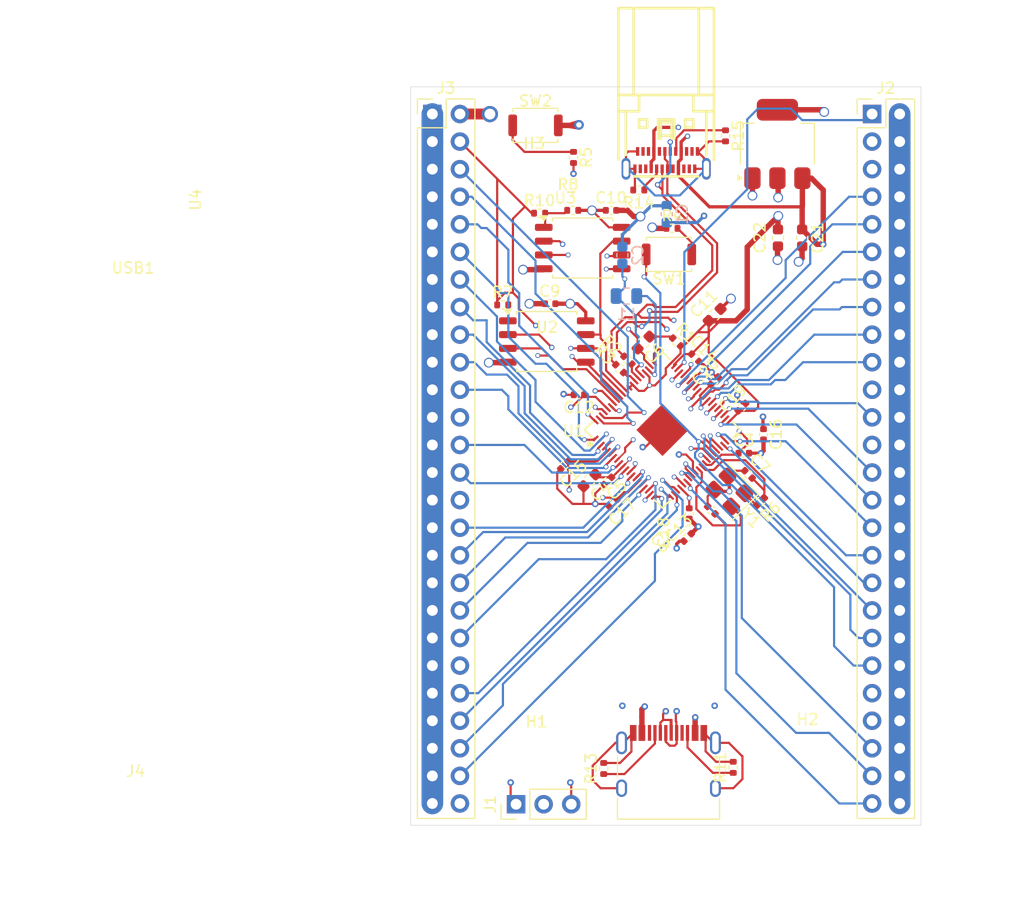
<source format=kicad_pcb>
(kicad_pcb (version 20241229) (generator "pcbnew") (generator_version "9.0")
  (layers (0 "F.Cu" mixed "Front") (4 "In1.Cu" signal "GND") (6 "In2.Cu" signal "3v3") (8 "In3.Cu" signal "1v1") (10 "In4.Cu" signal "Misc") (2 "B.Cu" mixed "Back") (13 "F.Paste" user) (15 "B.Paste" user) (5 "F.SilkS" user "F.Silkscreen") (7 "B.SilkS" user "B.Silkscreen") (1 "F.Mask" user) (3 "B.Mask" user) (25 "Edge.Cuts" user))
  (net 0 "")
  (net 1 "GND")
  (net 2 "+3V3")
  (net 3 "+1V1")
  (net 4 "/VREG_AVDD")
  (net 5 "Net-(C7-Pad2)")
  (net 6 "/XIN")
  (net 7 "VBUS")
  (net 8 "/SWCLK")
  (net 9 "/SWD")
  (net 10 "/GPIO35")
  (net 11 "/GPIO30")
  (net 12 "/GPIO31")
  (net 13 "/GPIO42_ADC2")
  (net 14 "/GPIO40_ADC0")
  (net 15 "/GPIO39")
  (net 16 "/GPIO33")
  (net 17 "/GPIO29")
  (net 18 "/GPIO32")
  (net 19 "/GPIO41_ADC1")
  (net 20 "/GPIO47_ADC7")
  (net 21 "/GPIO45_ADC5")
  (net 22 "/GPIO44_ADC4")
  (net 23 "/GPIO46_ADC6")
  (net 24 "/GPIO37")
  (net 25 "/GPIO38")
  (net 26 "/GPIO28")
  (net 27 "/GPIO36")
  (net 28 "/GPIO43_ADC3")
  (net 29 "/GPIO34")
  (net 30 "/GPIO2")
  (net 31 "/GPIO5")
  (net 32 "/GPIO12")
  (net 33 "/GPIO17")
  (net 34 "/GPIO14")
  (net 35 "/GPIO10")
  (net 36 "/GPIO13")
  (net 37 "/GPIO0")
  (net 38 "/GPIO6")
  (net 39 "/GPIO1")
  (net 40 "/GPIO16")
  (net 41 "/GPIO11")
  (net 42 "/GPIO9")
  (net 43 "/GPIO4")
  (net 44 "/GPIO18")
  (net 45 "/GPIO7")
  (net 46 "/GPIO15")
  (net 47 "/GPIO8")
  (net 48 "/GPIO3")
  (net 49 "Net-(J4-SHIELD)")
  (net 50 "Net-(J4-CC2)")
  (net 51 "/USB_D+")
  (net 52 "/USB_D-")
  (net 53 "Net-(J4-CC1)")
  (net 54 "/VREG_LX")
  (net 55 "Net-(U1-USB_DM)")
  (net 56 "Net-(U1-USB_DP)")
  (net 57 "Net-(R4-Pad2)")
  (net 58 "Net-(R5-Pad1)")
  (net 59 "/QSPI_SS")
  (net 60 "/XOUT")
  (net 61 "Net-(USB1-CC1)")
  (net 62 "Net-(USB1-CC2)")
  (net 63 "/RUN")
  (net 64 "/QSPI_SCLK")
  (net 65 "/GPIO20")
  (net 66 "/QSPI_SD1")
  (net 67 "/SWDIO")
  (net 68 "/QSPI_SD0")
  (net 69 "/GPIO22")
  (net 70 "/GPIO21")
  (net 71 "/QSPI_SD3")
  (net 72 "/GPIO24")
  (net 73 "/GPIO26")
  (net 74 "/QSPI_SD2")
  (net 75 "/GPIO19")
  (net 76 "/GPIO23")
  (net 77 "/GPIO27")
  (net 78 "/GPIO25")
  (net 79 "/FLASH_SS")
  (net 80 "/FLASH2_SS")
  (footprint "Capacitor_SMD:C_0402_1005Metric" (layer "F.Cu") (at 38 53.5 45)
    (property "Reference" "C13")
    (property "Value" "100n")
  )
  (footprint "Capacitor_SMD:C_0603_1608Metric" (layer "F.Cu") (at 40.5 33 45)
    (property "Reference" "C11")
    (property "Value" "10u")
  )
  (footprint "MountingHole:MountingHole_2.1mm" (layer "F.Cu") (at 23.88 20.26)
    (property "Reference" "H3")
    (property "Value" "MountingHole")
  )
  (footprint "Capacitor_SMD:C_0402_1005Metric" (layer "F.Cu") (at 38.705602 36.951118 -45)
    (property "Reference" "C14")
    (property "Value" "100n")
  )
  (footprint "Resistor_SMD:R_0402_1005Metric" (layer "F.Cu") (at 20.98 32.08)
    (property "Reference" "R7")
    (property "Value" "0")
  )
  (footprint "MountingHole:MountingHole_2.1mm" (layer "F.Cu") (at 49.06 73.31)
    (property "Reference" "H2")
    (property "Value" "MountingHole")
  )
  (footprint "Connector_PinHeader_2.54mm:PinHeader_2x26_P2.54mm_Vertical" (layer "F.Cu") (at 55 14.5)
    (property "Reference" "J2")
    (property "Value" "Conn_02x26_Odd_Even")
  )
  (footprint "Connector_PinHeader_2.54mm:PinHeader_1x03_P2.54mm_Vertical" (layer "F.Cu") (at 22.21 78.07 90)
    (property "Reference" "J1")
    (property "Value" "Conn_01x03_Socket")
  )
  (footprint "Package_SO:SOIC-8_5.3x5.3mm_P1.27mm" (layer "F.Cu") (at 28.3475 26.845)
    (property "Reference" "U3")
    (property "Value" "W25Q128JVS")
  )
  (footprint "Button_Switch_SMD:SW_Push_SPST_NO_Alps_SKRK" (layer "F.Cu") (at 36.29 27.43 180)
    (property "Reference" "SW1")
    (property "Value" "SW_Push")
  )
  (footprint "Capacitor_SMD:C_0402_1005Metric" (layer "F.Cu") (at 40.194363 50.986469 -45)
    (property "Reference" "C8")
    (property "Value" "33p")
  )
  (footprint "easyeda2kicad:USB-C-SMD_USB-3.1-C-TYPE" (layer "F.Cu") (at 36.035 18.7475 180)
    (property "Reference" "USB1")
    (property "Value" "XDBM-0339-1530")
  )
  (footprint "Connector_USB:USB_C_Receptacle_HRO_TYPE-C-31-M-12" (layer "F.Cu") (at 36.25 75.545)
    (property "Reference" "J4")
    (property "Value" "USB_C_Receptacle_USB2.0_14P")
  )
  (footprint "MountingHole:MountingHole_2.1mm" (layer "F.Cu") (at 24.09 73.52)
    (property "Reference" "H1")
    (property "Value" "MountingHole")
  )
  (footprint "Resistor_SMD:R_0402_1005Metric" (layer "F.Cu") (at 24.37625 23.635)
    (property "Reference" "R10")
    (property "Value" "0")
  )
  (footprint "Package_TO_SOT_SMD:SOT-223-3_TabPin2" (layer "F.Cu") (at 46.28 17.259999 90)
    (property "Reference" "U4")
    (property "Value" "NCP1117-3.3_SOT223")
  )
  (footprint "Capacitor_SMD:C_0603_1608Metric" (layer "F.Cu") (at 48.56 25.907499 -90)
    (property "Reference" "C21")
    (property "Value" "10uF")
  )
  (footprint "Capacitor_SMD:C_0402_1005Metric" (layer "F.Cu") (at 28.003746 40.361679 180)
    (property "Reference" "C12")
    (property "Value" "100n")
  )
  (footprint "Resistor_SMD:R_0402_1005Metric" (layer "F.Cu") (at 32.512899 37.178624 135)
    (property "Reference" "R2")
    (property "Value" "27")
  )
  (footprint "Capacitor_SMD:C_0402_1005Metric" (layer "F.Cu") (at 43 41.5 45)
    (property "Reference" "C19")
    (property "Value" "100n")
  )
  (footprint "Capacitor_SMD:C_0603_1608Metric" (layer "F.Cu") (at 28.967985 48.234654 -135)
    (property "Reference" "C4")
    (property "Value" "4.7u")
  )
  (footprint "Capacitor_SMD:C_0603_1608Metric" (layer "F.Cu") (at 46.33 25.9075 -90)
    (property "Reference" "C22")
    (property "Value" "10uF")
  )
  (footprint "Capacitor_SMD:C_0402_1005Metric" (layer "F.Cu") (at 26.660589 46.839411 -135)
    (property "Reference" "C15")
    (property "Value" "100n")
  )
  (footprint "Capacitor_SMD:C_0402_1005Metric" (layer "F.Cu") (at 31.160589 50.339411 -135)
    (property "Reference" "C17")
    (property "Value" "100n")
  )
  (footprint "Capacitor_SMD:C_0402_1005Metric" (layer "F.Cu") (at 38.158966 51.295095 -90)
    (property "Reference" "C18")
    (property "Value" "100n")
  )
  (footprint "Resistor_SMD:R_0402_1005Metric" (layer "F.Cu") (at 42.21 74.67 90)
    (property "Reference" "R11")
    (property "Value" "5.1k")
  )
  (footprint "Resistor_SMD:R_0402_1005Metric" (layer "F.Cu") (at 44.714368 50.196144 45)
    (property "Reference" "R6")
    (property "Value" "1k")
  )
  (footprint "Package_SO:SOIC-8_5.3x5.3mm_P1.27mm" (layer "F.Cu") (at 25.04 35.4525)
    (property "Reference" "U2")
    (property "Value" "W25Q128JVS")
  )
  (footprint "Resistor_SMD:R_0402_1005Metric" (layer "F.Cu") (at 36.57 25.03)
    (property "Reference" "R4")
    (property "Value" "1k")
  )
  (footprint "Crystal:Crystal_SMD_3225-4Pin_3.2x2.5mm" (layer "F.Cu") (at 41.857641 49.262748 135)
    (property "Reference" "Y1")
    (property "Value" "12 MHz")
  )
  (footprint "easyeda2kicad:QFN-80_L10.0-W10.0-P0.40-TL-EP3.4" (layer "F.Cu") (at 35.695212 43.599001 45)
    (property "Reference" "U1")
    (property "Value" "RP2354B_C39843328")
  )
  (footprint "Capacitor_SMD:C_0402_1005Metric" (layer "F.Cu") (at 43.179332 45.738399)
    (property "Reference" "C3")
    (property "Value" "100n")
  )
  (footprint "Button_Switch_SMD:SW_Push_SPST_NO_Alps_SKRK" (layer "F.Cu") (at 24 15.55)
    (property "Reference" "SW2")
    (property "Value" "SW_Push")
  )
  (footprint "Resistor_SMD:R_0402_1005Metric" (layer "F.Cu") (at 30.28 74.78 90)
    (property "Reference" "R13")
    (property "Value" "5.1k")
  )
  (footprint "Capacitor_SMD:C_0402_1005Metric" (layer "F.Cu") (at 30.658088 48.297095 -135)
    (property "Reference" "C5")
    (property "Value" "100n")
  )
  (footprint "Resistor_SMD:R_0402_1005Metric" (layer "F.Cu") (at 37 35.5 -45)
    (property "Reference" "R1")
    (property "Value" "33")
  )
  (footprint "Capacitor_SMD:C_0402_1005Metric" (layer "F.Cu") (at 43.614112 47.69389 -45)
    (property "Reference" "C7")
    (property "Value" "33p")
  )
  (footprint "Resistor_SMD:R_0402_1005Metric" (layer "F.Cu") (at 27.5 18.5 -90)
    (property "Reference" "R5")
    (property "Value" "1k")
  )
  (footprint "Resistor_SMD:R_0402_1005Metric" (layer "F.Cu") (at 41.5 16.51 -90)
    (property "Reference" "R15")
    (property "Value" "5.1k")
  )
  (footprint "Capacitor_SMD:C_0402_1005Metric" (layer "F.Cu") (at 40.478766 39.060788 45)
    (property "Reference" "C20")
    (property "Value" "100n")
  )
  (footprint "Resistor_SMD:R_0402_1005Metric" (layer "F.Cu") (at 31.752275 37.948 135)
    (property "Reference" "R3")
    (property "Value" "27")
  )
  (footprint "Capacitor_SMD:C_0402_1005Metric" (layer "F.Cu") (at 25.35 31.969999 180)
    (property "Reference" "C9")
    (property "Value" "100n")
  )
  (footprint "Capacitor_SMD:C_0402_1005Metric" (layer "F.Cu") (at 45 44 -90)
    (property "Reference" "C16")
    (property "Value" "100n")
  )
  (footprint "Resistor_SMD:R_0402_1005Metric" (layer "F.Cu") (at 33.509999 21.5 180)
    (property "Reference" "R14")
    (property "Value" "5.1k")
  )
  (footprint "Resistor_SMD:R_0402_1005Metric" (layer "F.Cu") (at 27.42625 23.375 180)
    (property "Reference" "R8")
    (property "Value" "10k")
  )
  (footprint "Capacitor_SMD:C_0603_1608Metric" (layer "F.Cu") (at 33.951992 35.548008 -135)
    (property "Reference" "C6")
    (property "Value" "4.7u")
  )
  (footprint "Connector_PinHeader_2.54mm:PinHeader_2x26_P2.54mm_Vertical" (layer "F.Cu") (at 14.5 14.5)
    (property "Reference" "J3")
    (property "Value" "Conn_02x26_Odd_Even")
  )
  (footprint "Capacitor_SMD:C_0402_1005Metric" (layer "F.Cu") (at 30.95625 23.375)
    (property "Reference" "C10")
    (property "Value" "DNF")
  )
  (footprint "Capacitor_SMD:C_0603_1608Metric" (layer "B.Cu") (at 32 27.5 90)
    (property "Reference" "C2")
    (property "Value" "4.7u")
  )
  (footprint "Capacitor_SMD:C_0603_1608Metric" (layer "B.Cu") (at 36.0875 23.725 90)
    (property "Reference" "C1")
    (property "Value" "4.7u")
  )
  (footprint "Capacitor_SMD:C_0805_2012Metric" (layer "B.Cu") (at 32.372664 31.267733)
    (property "Reference" "L1")
    (property "Value" "3.3u")
  )
  (gr_rect (start 12.5 12) (end 59.5 80) (stroke (width 0.05)) (fill no) (layer "Edge.Cuts"))
  (segment (start 39.666 73.193785) (end 39.666 71.666) (width 0.2) (layer "F.Cu") (net 1))
  (segment (start 24.675 28.835) (end 24.76 28.75) (width 0.2) (layer "F.Cu") (net 1))
  (segment (start 34 36.692032) (end 33.403984 36.096016) (width 0.2) (layer "F.Cu") (net 1))
  (segment (start 27.95 15.55) (end 28 15.5) (width 0.2) (layer "F.Cu") (net 1))
  (segment (start 32.834 71.666) (end 33 71.5) (width 0.2) (layer "F.Cu") (net 1))
  (segment (start 29.502083 50.410205) (end 30.552561 50.410205) (width 0.2) (layer "F.Cu") (net 1))
  (segment (start 40.57 76.595) (end 42.215 76.595) (width 0.2) (layer "F.Cu") (net 1))
  (segment (start 33.403984 36.096016) (end 33.403984 35.139616) (width 0.2) (layer "F.Cu") (net 1))
  (segment (start 26.1 15.55) (end 27.95 15.55) (width 0.5) (layer "F.Cu") (net 1))
  (segment (start 29.502083 49.4531) (end 30.318677 48.636506) (width 0.2) (layer "F.Cu") (net 1))
  (segment (start 43.274701 47.354479) (end 42.210275 47.354479) (width 0.2) (layer "F.Cu") (net 1))
  (segment (start 28.419977 48.782662) (end 28.419977 50.330182) (width 0.2) (layer "F.Cu") (net 1))
  (segment (start 29.502083 50.410205) (end 28.5 50.410205) (width 0.2) (layer "F.Cu") (net 1))
  (segment (start 38.883871 52.5) (end 38.158966 51.775095) (width 0.4) (layer "F.Cu") (net 1))
  (segment (start 29.27 74.51) (end 31.365 72.415) (width 0.2) (layer "F.Cu") (net 1))
  (segment (start 40.415 72.415) (end 39.5 71.5) (width 0.2) (layer "F.Cu") (net 1))
  (segment (start 30.28 74.270001) (end 31.779999 74.270001) (width 0.2) (layer "F.Cu") (net 1))
  (segment (start 33.403984 35.139616) (end 32.574986 34.310618) (width 0.2) (layer "F.Cu") (net 1))
  (segment (start 46.29 27.9475) (end 46.29 26.7225) (width 0.5) (layer "F.Cu") (net 1))
  (segment (start 39.285541 37.531057) (end 39.468943 37.531057) (width 0.2) (layer "F.Cu") (net 1))
  (segment (start 32.085 72.415) (end 33 71.5) (width 0.2) (layer "F.Cu") (net 1))
  (segment (start 36.060001 25.03) (end 34.84 25.03) (width 0.5) (layer "F.Cu") (net 1))
  (segment (start 22.85625 28.835) (end 24.675 28.835) (width 0.5) (layer "F.Cu") (net 1))
  (segment (start 31.436251 23.374999) (end 32.47625 23.374999) (width 0.5) (layer "F.Cu") (net 1))
  (segment (start 26.657263 40.361679) (end 26.588917 40.293333) (width 0.2) (layer "F.Cu") (net 1))
  (segment (start 39.045013 37.290529) (end 39.285541 37.531057) (width 0.2) (layer "F.Cu") (net 1))
  (segment (start 42.21 74.160001) (end 40.632216 74.160001) (width 0.2) (layer "F.Cu") (net 1))
  (segment (start 46.29 26.7225) (end 46.33 26.6825) (width 0.2) (layer "F.Cu") (net 1))
  (segment (start 43.06 73.64) (end 43.03 73.64) (width 0.2) (layer "F.Cu") (net 1))
  (segment (start 26 47.5) (end 26.321178 47.178822) (width 0.2) (layer "F.Cu") (net 1))
  (segment (start 34.112509 45.181704) (end 33.872551 45.181704) (width 0.2) (layer "F.Cu") (net 1))
  (segment (start 21.41 37.4) (end 21.4525 37.3575) (width 0.2) (layer "F.Cu") (net 1))
  (segment (start 39.854952 50.647058) (end 39.854952 49.709802) (width 0.2) (layer "F.Cu") (net 1))
  (segment (start 28.5 50.410205) (end 27.410205 50.410205) (width 0.2) (layer "F.Cu") (net 1))
  (segment (start 28.419977 50.330182) (end 28.5 50.410205) (width 0.2) (layer "F.Cu") (net 1))
  (segment (start 40.218943 38.281057) (end 40.659264 38.721377) (width 0.2) (layer "F.Cu") (net 1))
  (segment (start 42.660103 40.785346) (end 43.035346 41.160589) (width 0.2) (layer "F.Cu") (net 1))
  (segment (start 32.47625 23.374999) (end 33.04219 23.940939) (width 0.5) (layer "F.Cu") (net 1))
  (segment (start 40.218943 38.281057) (end 39.468943 37.531057) (width 0.2) (layer "F.Cu") (net 1))
  (segment (start 42.660103 40.456828) (end 42.660103 40.785346) (width 0.2) (layer "F.Cu") (net 1))
  (segment (start 31.779999 74.270001) (end 32.834 73.216) (width 0.2) (layer "F.Cu") (net 1))
  (segment (start 48.231614 28.10735) (end 48.55 27.788964) (width 0.5) (layer "F.Cu") (net 1))
  (segment (start 43.659332 45.738399) (end 44.745941 45.738399) (width 0.3) (layer "F.Cu") (net 1))
  (segment (start 39.854952 49.709802) (end 40.478783 49.085971) (width 0.2) (layer "F.Cu") (net 1))
  (segment (start 38.339411 53.160589) (end 39 52.5) (width 0.4) (layer "F.Cu") (net 1))
  (segment (start 41.854112 49.25389) (end 40.646702 49.25389) (width 0.3) (layer "F.Cu") (net 1))
  (segment (start 27.410205 50.410205) (end 26 49) (width 0.2) (layer "F.Cu") (net 1))
  (segment (start 43.03 73.64) (end 41.805 72.415) (width 0.2) (layer "F.Cu") (net 1))
  (segment (start 29.502083 50.410205) (end 29.502083 49.4531) (width 0.2) (layer "F.Cu") (net 1))
  (segment (start 23.44 31.969999) (end 24.87 31.97) (width 0.5) (layer "F.Cu") (net 1))
  (segment (start 48.55 27.788964) (end 48.55 26.692499) (width 0.5) (layer "F.Cu") (net 1))
  (segment (start 48.55 26.692499) (end 48.56 26.682499) (width 0.2) (layer "F.Cu") (net 1))
  (segment (start 44.745941 45.738399) (end 44.760318 45.752776) (width 0.2) (layer "F.Cu") (net 1))
  (segment (start 45 45.513094) (end 44.760318 45.752776) (width 0.4) (layer "F.Cu") (net 1))
  (segment (start 43.035346 41.160589) (end 43.339411 41.160589) (width 0.2) (layer "F.Cu") (net 1))
  (segment (start 40.646702 49.25389) (end 40.478783 49.085971) (width 0.2) (layer "F.Cu") (net 1))
  (segment (start 45 44.48) (end 45 45.513094) (width 0.4) (layer "F.Cu") (net 1))
  (segment (start 31.93 76.595) (end 29.995 76.595) (width 0.2) (layer "F.Cu") (net 1))
  (segment (start 29.27 75.87) (end 29.27 74.51) (width 0.2) (layer "F.Cu") (net 1))
  (segment (start 42.215 76.595) (end 43.06 75.75) (width 0.2) (layer "F.Cu") (net 1))
  (segment (start 19.7 37.4) (end 21.41 37.4) (width 0.5) (layer "F.Cu") (net 1))
  (segment (start 41.805 72.415) (end 40.57 72.415) (width 0.2) (layer "F.Cu") (net 1))
  (segment (start 41.854112 48.057138) (end 41.680864 47.88389) (width 0.2) (layer "F.Cu") (net 1))
  (segment (start 42.586173 40.382898) (end 42.660103 40.456828) (width 0.2) (layer "F.Cu") (net 1))
  (segment (start 32.834 73.216) (end 32.834 71.666) (width 0.2) (layer "F.Cu") (net 1))
  (segment (start 39.666 71.666) (end 39.5 71.5) (width 0.2) (layer "F.Cu") (net 1))
  (segment (start 31.365 72.415) (end 31.93 72.415) (width 0.2) (layer "F.Cu") (net 1))
  (segment (start 40.57 72.415) (end 40.415 72.415) (width 0.2) (layer "F.Cu") (net 1))
  (segment (start 39 52.5) (end 38.883871 52.5) (width 0.2) (layer "F.Cu") (net 1))
  (segment (start 42.210275 47.354479) (end 41.680864 47.88389) (width 0.2) (layer "F.Cu") (net 1))
  (segment (start 31.93 72.415) (end 32.085 72.415) (width 0.2) (layer "F.Cu") (net 1))
  (segment (start 35.695212 43.599001) (end 34.112509 45.181704) (width 0.2) (layer "F.Cu") (net 1))
  (segment (start 43.98 20.09) (end 44.04 20.03) (width 0.2) (layer "F.Cu") (net 1))
  (segment (start 27.523746 40.361679) (end 26.657263 40.361679) (width 0.2) (layer "F.Cu") (net 1))
  (segment (start 30.552561 50.410205) (end 30.821178 50.678822) (width 0.2) (layer "F.Cu") (net 1))
  (segment (start 34.627481 37.722944) (end 34 37.095463) (width 0.2) (layer "F.Cu") (net 1))
  (segment (start 34.84 25.03) (end 34.75 24.94) (width 0.5) (layer "F.Cu") (net 1))
  (segment (start 40.659264 38.721377) (end 40.818177 38.721377) (width 0.2) (layer "F.Cu") (net 1))
  (segment (start 34 37.095463) (end 34 36.692032) (width 0.2) (layer "F.Cu") (net 1))
  (segment (start 43.06 75.75) (end 43.06 73.64) (width 0.2) (layer "F.Cu") (net 1))
  (segment (start 26 49) (end 26 47.5) (width 0.2) (layer "F.Cu") (net 1))
  (segment (start 33.04219 23.940939) (end 33.669806 23.940939) (width 0.5) (layer "F.Cu") (net 1))
  (segment (start 41.854112 49.25389) (end 41.854112 48.057138) (width 0.3) (layer "F.Cu") (net 1))
  (segment (start 42 31.5) (end 41.048008 32.451992) (width 0.3) (layer "F.Cu") (net 1))
  (segment (start 40.632216 74.160001) (end 39.666 73.193785) (width 0.2) (layer "F.Cu") (net 1))
  (segment (start 29.995 76.595) (end 29.27 75.87) (width 0.2) (layer "F.Cu") (net 1))
  (segment (start 43.98 22.015769) (end 43.98 20.409999) (width 0.5) (layer "F.Cu") (net 1))
  (via (at 33.669806 23.940939) (size 0.9) (drill 0.7) (layers "F.Cu" "B.Cu") (net 1))
  (via (at 26.588917 40.293333) (size 0.6) (drill 0.3) (layers "F.Cu" "B.Cu") (net 1))
  (via (at 23.44 31.969999) (size 0.9) (drill 0.7) (layers "F.Cu" "B.Cu") (net 1))
  (via (at 19.7 37.4) (size 0.9) (drill 0.7) (layers "F.Cu" "B.Cu") (net 1))
  (via (at 29.502083 50.410205) (size 0.6) (drill 0.35) (layers "F.Cu" "B.Cu") (net 1))
  (via (at 40.218943 38.281057) (size 0.6) (drill 0.3) (layers "F.Cu" "B.Cu") (net 1))
  (via (at 48.231614 28.10735) (size 0.9) (drill 0.7) (layers "F.Cu" "B.Cu") (net 1))
  (via (at 39 52.5) (size 0.6) (drill 0.3) (layers "F.Cu" "B.Cu") (net 1))
  (via (at 32.574986 34.310618) (size 0.45) (drill 0.3) (layers "F.Cu" "B.Cu") (net 1))
  (via (at 40.5 69) (size 0.6) (drill 0.3) (layers "F.Cu" "B.Cu") (net 1))
  (via (at 22.85625 28.835) (size 0.9) (drill 0.7) (layers "F.Cu" "B.Cu") (net 1))
  (via (at 41.854112 49.25389) (size 0.55) (drill 0.4) (layers "F.Cu" "B.Cu") (net 1))
  (via (at 46.29 27.9475) (size 0.9) (drill 0.7) (layers "F.Cu" "B.Cu") (net 1))
  (via (at 42 31.5) (size 0.9) (drill 0.7) (layers "F.Cu" "B.Cu") (net 1))
  (via (at 42.586173 40.382898) (size 0.6) (drill 0.3) (layers "F.Cu" "B.Cu") (net 1))
  (via (at 32 69) (size 0.6) (drill 0.3) (layers "F.Cu" "B.Cu") (net 1))
  (via (at 34.75 24.94) (size 0.9) (drill 0.7) (layers "F.Cu" "B.Cu") (net 1))
  (via (at 28 15.5) (size 0.9) (drill 0.5) (layers "F.Cu" "B.Cu") (net 1))
  (via (at 44.760318 45.752776) (size 0.6) (drill 0.3) (layers "F.Cu" "B.Cu") (net 1))
  (via (at 33.872551 45.181704) (size 0.6) (drill 0.3) (layers "F.Cu" "B.Cu") (net 1))
  (via (at 43.98 22.015769) (size 0.9) (drill 0.7) (layers "F.Cu" "B.Cu") (net 1))
  (segment (start 32 25.610745) (end 33.669806 23.940939) (width 0.3) (layer "B.Cu") (net 1))
  (segment (start 14.5 14.5) (end 14.5 17.04) (width 2) (layer "B.Cu") (net 1))
  (segment (start 14.5 17.04) (end 14.5 78) (width 2) (layer "B.Cu") (net 1))
  (segment (start 32 26.725) (end 32 25.610745) (width 0.3) (layer "B.Cu") (net 1))
  (segment (start 57.54 14.5) (end 57.54 78) (width 2) (layer "B.Cu") (net 1))
  (segment (start 36.0875 22.95) (end 34.660745 22.95) (width 0.3) (layer "B.Cu") (net 1))
  (segment (start 34.660745 22.95) (end 33.669806 23.940939) (width 0.3) (layer "B.Cu") (net 1))
  (segment (start 28.673067 40.551) (end 29.535941 40.551) (width 0.2) (layer "F.Cu") (net 2))
  (segment (start 39.951992 33.548008) (end 39.951992 35) (width 0.2) (layer "F.Cu") (net 2))
  (segment (start 40.139355 39.437701) (end 39.308528 40.268528) (width 0.2) (layer "F.Cu") (net 2))
  (segment (start 30.76125 24.94) (end 29.19625 23.375) (width 0.2) (layer "F.Cu") (net 2))
  (segment (start 46.339999 25.1225) (end 46.33 25.1325) (width 0.2) (layer "F.Cu") (net 2))
  (segment (start 46.36 23.89) (end 43.5 26.75) (width 0.5) (layer "F.Cu") (net 2))
  (segment (start 50.39 14.11) (end 46.28 14.11) (width 0.5) (layer "F.Cu") (net 2))
  (segment (start 39.19037 40.386686) (end 39.308528 40.268528) (width 0.2) (layer "F.Cu") (net 2))
  (segment (start 46.35 22.19) (end 46.35 20.479998) (width 0.5) (layer "F.Cu") (net 2))
  (segment (start 39.19037 40.653973) (end 39.19037 40.386686) (width 0.2) (layer "F.Cu") (net 2))
  (segment (start 28.6275 33.5475) (end 28.6275 32.7475) (width 0.3) (layer "F.Cu") (net 2))
  (segment (start 34.984367 39.5) (end 34.5 39.5) (width 0.2) (layer "F.Cu") (net 2))
  (segment (start 41 33.548008) (end 39.951992 33.548008) (width 0.5) (layer "F.Cu") (net 2))
  (segment (start 36.762943 37.564505) (end 36.762943 37.722944) (width 0.2) (layer "F.Cu") (net 2))
  (segment (start 32.930424 39.42) (end 33.510424 40) (width 0.2) (layer "F.Cu") (net 2))
  (segment (start 30.667683 45.51526) (end 30.667683 45.517139) (width 0.2) (layer "F.Cu") (net 2))
  (segment (start 39.951992 34.596016) (end 41 33.548008) (width 0.2) (layer "F.Cu") (net 2))
  (segment (start 27.105318 47.394682) (end 27 47.289364) (width 0.2) (layer "F.Cu") (net 2))
  (segment (start 32.647582 39.702843) (end 32.930424 39.42) (width 0.2) (layer "F.Cu") (net 2))
  (segment (start 32.506266 49.333532) (end 33.49611 48.343688) (width 0.2) (layer "F.Cu") (net 2))
  (segment (start 28.483746 40.361679) (end 28.673067 40.551) (width 0.2) (layer "F.Cu") (net 2))
  (segment (start 29.722779 46.462043) (end 29.537957 46.462043) (width 0.2) (layer "F.Cu") (net 2))
  (segment (start 29.537957 46.462043) (end 29.5 46.5) (width 0.2) (layer "F.Cu") (net 2))
  (segment (start 33.510424 40) (end 34 40) (width 0.2) (layer "F.Cu") (net 2))
  (segment (start 38.303439 41.540904) (end 39.19037 40.653973) (width 0.2) (layer "F.Cu") (net 2))
  (segment (start 36.480101 37.440101) (end 36 37.920202) (width 0.2) (layer "F.Cu") (net 2))
  (segment (start 34.5 38.726834) (end 34.061795 38.288629) (width 0.2) (layer "F.Cu") (net 2))
  (segment (start 44.5 41.5) (end 44.160589 41.839411) (width 0.2) (layer "F.Cu") (net 2))
  (segment (start 44.950237 42.377145) (end 44.950237 43.470237) (width 0.3) (layer "F.Cu") (net 2))
  (segment (start 39.951992 36.451992) (end 44.5 41) (width 0.2) (layer "F.Cu") (net 2))
  (segment (start 37 54.09867) (end 37.259259 53.839411) (width 0.3) (layer "F.Cu") (net 2))
  (segment (start 32.166468 49.333532) (end 31.5 50) (width 0.2) (layer "F.Cu") (net 2))
  (segment (start 37.211161 45.860598) (end 37.860598 45.860598) (width 0.2) (layer "F.Cu") (net 2))
  (segment (start 46.33 23.92) (end 46.36 23.89) (width 0.5) (layer "F.Cu") (net 2))
  (segment (start 36 38.484367) (end 34.984367 39.5) (width 0.2) (layer "F.Cu") (net 2))
  (segment (start 44.160589 41.839411) (end 42.660589 41.839411) (width 0.2) (layer "F.Cu") (net 2))
  (segment (start 27.344628 41.500797) (end 28.483746 40.361679) (width 0.2) (layer "F.Cu") (net 2))
  (segment (start 37 54.5) (end 37 54.09867) (width 0.3) (layer "F.Cu") (net 2))
  (segment (start 46.35 22.19) (end 46.35 21.84) (width 0.5) (layer "F.Cu") (net 2))
  (segment (start 44.5 41) (end 44.5 41.5) (width 0.2) (layer "F.Cu") (net 2))
  (segment (start 30.47625 23.375) (end 29.19625 23.375) (width 0.3) (layer "F.Cu") (net 2))
  (segment (start 38.5 46.5) (end 38.5 47.250902) (width 0.2) (layer "F.Cu") (net 2))
  (segment (start 39.951992 35) (end 39.951992 35.025906) (width 0.2) (layer "F.Cu") (net 2))
  (segment (start 30.667683 45.517139) (end 29.722779 46.462043) (width 0.2) (layer "F.Cu") (net 2))
  (segment (start 39.951992 35.025906) (end 38.366191 36.611707) (width 0.2) (layer "F.Cu") (net 2))
  (segment (start 37.715741 36.611707) (end 36.762943 37.564505) (width 0.2) (layer "F.Cu") (net 2))
  (segment (start 27.105318 49.127547) (end 27.105318 47.394682) (width 0.2) (layer "F.Cu") (net 2))
  (segment (start 37.360624 35.860624) (end 37.360624 36.559578) (width 0.2) (layer "F.Cu") (net 2))
  (segment (start 34 40) (end 34.5 39.5) (width 0.2) (layer "F.Cu") (net 2))
  (segment (start 34.5 39.5) (end 34.5 38.726834) (width 0.2) (layer "F.Cu") (net 2))
  (segment (start 43.5 32.5) (end 42.451992 33.548008) (width 0.5) (layer "F.Cu") (net 2))
  (segment (start 37.639376 35.860624) (end 37.360624 35.860624) (width 0.2) (layer "F.Cu") (net 2))
  (segment (start 36 37.920202) (end 36 38.484367) (width 0.2) (layer "F.Cu") (net 2))
  (segment (start 32.506266 49.333532) (end 32.166468 49.333532) (width 0.2) (layer "F.Cu") (net 2))
  (segment (start 29.535941 40.551) (end 30.667683 41.682742) (width 0.2) (layer "F.Cu") (net 2))
  (segment (start 50.59 14.31) (end 50.39 14.11) (width 0.5) (layer "F.Cu") (net 2))
  (segment (start 27.936249 23.375) (end 29.19625 23.375) (width 0.3) (layer "F.Cu") (net 2))
  (segment (start 39.951992 34.596016) (end 38.903984 34.596016) (width 0.2) (layer "F.Cu") (net 2))
  (segment (start 39.951992 33.548008) (end 39.951992 36.451992) (width 0.2) (layer "F.Cu") (net 2))
  (segment (start 41.857462 42.814112) (end 42.660589 42.010985) (width 0.2) (layer "F.Cu") (net 2))
  (segment (start 38.303439 41.654983) (end 38.303439 41.540904) (width 0.2) (layer "F.Cu") (net 2))
  (segment (start 42.660589 42.010985) (end 42.660589 41.839411) (width 0.2) (layer "F.Cu") (net 2))
  (segment (start 29.5 46.5) (end 27 46.5) (width 0.2) (layer "F.Cu") (net 2))
  (segment (start 46.33 25.1325) (end 46.33 23.92) (width 0.5) (layer "F.Cu") (net 2))
  (segment (start 19.8 14.51) (end 19.79 14.5) (width 0.2) (layer "F.Cu") (net 2))
  (segment (start 37.360624 36.559578) (end 36.480101 37.440101) (width 0.2) (layer "F.Cu") (net 2))
  (segment (start 27.85 31.97) (end 27.19 31.97) (width 0.3) (layer "F.Cu") (net 2))
  (segment (start 28.6725 33.5025) (end 28.6275 33.5475) (width 0.2) (layer "F.Cu") (net 2))
  (segment (start 25.830001 31.969998) (end 27.19 31.97) (width 0.4) (layer "F.Cu") (net 2))
  (segment (start 31.935 24.94) (end 30.76125 24.94) (width 0.2) (layer "F.Cu") (net 2))
  (segment (start 44.950237 43.470237) (end 45 43.52) (width 0.2) (layer "F.Cu") (net 2))
  (segment (start 46.35 20.479998) (end 46.28 20.409998) (width 0.2) (layer "F.Cu") (net 2))
  (segment (start 46.35 21.84) (end 46.34 21.83) (width 0.2) (layer "F.Cu") (net 2))
  (segment (start 39.951992 33.548008) (end 39 34.5) (width 0.2) (layer "F.Cu") (net 2))
  (segment (start 42.451992 33.548008) (end 41 33.548008) (width 0.5) (layer "F.Cu") (net 2))
  (segment (start 37.328629 48.909373) (end 38.158966 49.73971) (width 0.2) (layer "F.Cu") (net 2))
  (segment (start 38.903984 34.596016) (end 37.639376 35.860624) (width 0.2) (layer "F.Cu") (net 2))
  (segment (start 38.366191 36.611707) (end 37.715741 36.611707) (width 0.2) (layer "F.Cu") (net 2))
  (segment (start 39.951992 35) (end 39.951992 34.596016) (width 0.2) (layer "F.Cu") (net 2))
  (segment (start 38.5 47.250902) (end 38.624685 47.375587) (width 0.2) (layer "F.Cu") (net 2))
  (segment (start 38.158966 49.73971) (end 38.158966 50.815095) (width 0.2) (layer "F.Cu") (net 2))
  (segment (start 28.6275 32.7475) (end 27.85 31.97) (width 0.3) (layer "F.Cu") (net 2))
  (segment (start 39 34.5) (end 38.903984 34.596016) (width 0.2) (layer "F.Cu") (net 2))
  (segment (start 31.97 24.905) (end 31.935 24.94) (width 0.2) (layer "F.Cu") (net 2))
  (segment (start 39 34.5) (end 39.25 34.25) (width 0.2) (layer "F.Cu") (net 2))
  (segment (start 30.194099 49.834739) (end 31.334739 49.834739) (width 0.2) (layer "F.Cu") (net 2))
  (segment (start 40.139355 39.400199) (end 40.139355 39.437701) (width 0.2) (layer "F.Cu") (net 2))
  (segment (start 41.854112 42.814112) (end 41.857462 42.814112) (width 0.2) (layer "F.Cu") (net 2))
  (segment (start 37.860598 45.860598) (end 38.5 46.5) (width 0.2) (layer "F.Cu") (net 2))
  (segment (start 19.79 14.5) (end 17.04 14.5) (width 1) (layer "F.Cu") (net 2))
  (segment (start 27 47.289364) (end 27 46.5) (width 0.2) (layer "F.Cu") (net 2))
  (segment (start 27.251006 41.500797) (end 27.344628 41.500797) (width 0.2) (layer "F.Cu") (net 2))
  (segment (start 43.5 26.75) (end 43.5 32.5) (width 0.5) (layer "F.Cu") (net 2))
  (segment (start 37.259259 53.839411) (end 37.660589 53.839411) (width 0.3) (layer "F.Cu") (net 2))
  (segment (start 31.334739 49.834739) (end 31.5 50) (width 0.2) (layer "F.Cu") (net 2))
  (via (at 30.194099 49.834739) (size 0.5) (drill 0.3) (layers "F.Cu" "B.Cu") (net 2))
  (via (at 38.303439 41.654983) (size 0.45) (drill 0.3) (layers "F.Cu" "B.Cu") (net 2))
  (via (at 37 54.5) (size 0.6) (drill 0.3) (layers "F.Cu" "B.Cu") (net 2))
  (via (at 19.8 14.51) (size 1.5) (drill 1) (layers "F.Cu" "B.Cu") (net 2))
  (via (at 37.211161 45.860598) (size 0.6) (drill 0.3) (layers "F.Cu" "B.Cu") (net 2))
  (via (at 44.950237 42.377145) (size 0.6) (drill 0.3) (layers "F.Cu" "B.Cu") (net 2))
  (via (at 46.36 23.89) (size 0.9) (drill 0.7) (layers "F.Cu" "B.Cu") (net 2))
  (via (at 39.522221 23.880871) (size 0.6) (drill 0.3) (layers "F.Cu" "B.Cu") (net 2))
  (via (at 29.19625 23.375) (size 0.9) (drill 0.7) (layers "F.Cu" "B.Cu") (net 2))
  (via (at 38.158966 49.870554) (size 0.45) (drill 0.3) (layers "F.Cu" "B.Cu") (net 2))
  (via (at 46.35 22.19) (size 0.9) (drill 0.7) (layers "F.Cu" "B.Cu") (net 2))
  (via (at 27.251006 41.500797) (size 0.5) (drill 0.3) (layers "F.Cu" "B.Cu") (net 2))
  (via (at 27.19 31.97) (size 0.9) (drill 0.7) (layers "F.Cu" "B.Cu") (net 2))
  (via (at 34.5 39.5) (size 0.45) (drill 0.3) (layers "F.Cu" "B.Cu") (net 2))
  (via (at 50.59 14.31) (size 0.9) (drill 0.7) (layers "F.Cu" "B.Cu") (net 2))
  (via (at 27.105318 49.127547) (size 0.5) (drill 0.3) (layers "F.Cu" "B.Cu") (net 2))
  (segment (start 39.522221 23.880871) (end 38.903092 24.5) (width 0.3) (layer "B.Cu") (net 2))
  (segment (start 38.903092 24.5) (end 36.0875 24.5) (width 0.3) (layer "B.Cu") (net 2))
  (segment (start 42.559749 45.877982) (end 42.699332 45.738399) (width 0.2) (layer "F.Cu") (net 3))
  (segment (start 31.053686 47.957684) (end 32.081896 46.929474) (width 0.2) (layer "F.Cu") (net 3))
  (segment (start 38.356917 40.732235) (end 38.583055 40.506097) (width 0.2) (layer "F.Cu") (net 3))
  (segment (start 38.583055 40.428315) (end 39.025685 39.985685) (width 0.2) (layer "F.Cu") (net 3))
  (segment (start 30.997499 47.957684) (end 31.053686 47.957684) (width 0.2) (layer "F.Cu") (net 3))
  (segment (start 43.5 44.937731) (end 43.5 44.444685) (width 0.2) (layer "F.Cu") (net 3))
  (segment (start 32.081896 46.929474) (end 32.666932 46.344438) (width 0.1) (layer "F.Cu") (net 3))
  (segment (start 39.59137 46.646631) (end 39.763584 46.818845) (width 0.2) (layer "F.Cu") (net 3))
  (segment (start 33.733966 37.580123) (end 33.640166 37.580123) (width 0.2) (layer "F.Cu") (net 3))
  (segment (start 39.763584 46.818845) (end 40.181155 46.818845) (width 0.2) (layer "F.Cu") (net 3))
  (segment (start 33.750306 37.596463) (end 33.733966 37.580123) (width 0.2) (layer "F.Cu") (net 3))
  (segment (start 30.997499 47.957684) (end 29.787031 47.957684) (width 0.2) (layer "F.Cu") (net 3))
  (segment (start 42.699332 45.738399) (end 43.5 44.937731) (width 0.2) (layer "F.Cu") (net 3))
  (segment (start 32.081896 46.929474) (end 32.025709 46.929474) (width 0.1) (layer "F.Cu") (net 3))
  (segment (start 29.787031 47.957684) (end 29.515993 47.686646) (width 0.2) (layer "F.Cu") (net 3))
  (segment (start 33.274523 38.067042) (end 33.778953 38.571472) (width 0.2) (layer "F.Cu") (net 3))
  (segment (start 33.640166 37.580123) (end 33.274523 37.945766) (width 0.2) (layer "F.Cu") (net 3))
  (segment (start 38.077793 40.732235) (end 38.356917 40.732235) (width 0.2) (layer "F.Cu") (net 3))
  (segment (start 33.274523 37.945766) (end 33.274523 38.067042) (width 0.2) (layer "F.Cu") (net 3))
  (segment (start 32.666932 46.344438) (end 32.666932 46.265927) (width 0.1) (layer "F.Cu") (net 3))
  (segment (start 40.181155 46.818845) (end 41.122018 45.877982) (width 0.2) (layer "F.Cu") (net 3))
  (segment (start 41.122018 45.877982) (end 42.559749 45.877982) (width 0.2) (layer "F.Cu") (net 3))
  (segment (start 43.5 44.444685) (end 42.753221 43.697906) (width 0.2) (layer "F.Cu") (net 3))
  (segment (start 38.583055 40.506097) (end 38.583055 40.428315) (width 0.2) (layer "F.Cu") (net 3))
  (via (at 32.666932 46.265927) (size 0.45) (drill 0.3) (layers "F.Cu" "B.Cu") (net 3))
  (via (at 33.750306 37.596463) (size 0.45) (drill 0.3) (layers "F.Cu" "B.Cu") (net 3))
  (via (at 32.224452 29.689105) (size 0.45) (drill 0.3) (layers "F.Cu" "B.Cu") (net 3))
  (via (at 42.753221 43.697906) (size 0.45) (drill 0.3) (layers "F.Cu" "B.Cu") (net 3))
  (via (at 38.077793 40.732235) (size 0.45) (drill 0.3) (layers "F.Cu" "B.Cu") (net 3))
  (segment (start 32.224452 30.465946) (end 31.422665 31.267733) (width 0.2) (layer "B.Cu") (net 3))
  (segment (start 33.5 35) (end 33.237254 34.737254) (width 0.2) (layer "B.Cu") (net 3))
  (segment (start 33.66452 37.596463) (end 33.075721 37.007664) (width 0.2) (layer "B.Cu") (net 3))
  (segment (start 33.075721 35.924279) (end 33.5 35.5) (width 0.2) (layer "B.Cu") (net 3))
  (segment (start 33.237254 34.737254) (end 33.237254 33.082322) (width 0.2) (layer "B.Cu") (net 3))
  (segment (start 32 29.464653) (end 32.224452 29.689105) (width 0.2) (layer "B.Cu") (net 3))
  (segment (start 33.5 35.5) (end 33.5 35) (width 0.2) (layer "B.Cu") (net 3))
  (segment (start 32 28.275) (end 32 29.464653) (width 0.2) (layer "B.Cu") (net 3))
  (segment (start 32.224452 29.689105) (end 32.224452 30.465946) (width 0.2) (layer "B.Cu") (net 3))
  (segment (start 33.750306 37.596463) (end 33.66452 37.596463) (width 0.2) (layer "B.Cu") (net 3))
  (segment (start 33.237254 33.082322) (end 31.422665 31.267733) (width 0.2) (layer "B.Cu") (net 3))
  (segment (start 33.075721 37.007664) (end 33.075721 35.924279) (width 0.2) (layer "B.Cu") (net 3))
  (segment (start 36.5 35) (end 36.639376 35.139376) (width 0.2) (layer "F.Cu") (net 4))
  (segment (start 34.910323 37.440101) (end 34.910323 36.589677) (width 0.2) (layer "F.Cu") (net 4))
  (segment (start 34.910323 36.589677) (end 35.5 36) (width 0.2) (layer "F.Cu") (net 4))
  (segment (start 35.5 35) (end 36.5 35) (width 0.2) (layer "F.Cu") (net 4))
  (segment (start 34.5 35) (end 35.5 35) (width 0.2) (layer "F.Cu") (net 4))
  (segment (start 35.5 36) (end 35.5 35) (width 0.2) (layer "F.Cu") (net 4))
  (segment (start 44.353743 50.556769) (end 43.236499 49.439525) (width 0.2) (layer "F.Cu") (net 5))
  (segment (start 43.143916 49.439525) (end 43.236499 49.439525) (width 0.2) (layer "F.Cu") (net 5))
  (segment (start 38.814112 50.88389) (end 40.314112 52.38389) (width 0.2) (layer "F.Cu") (net 6))
  (segment (start 41.591784 52.38389) (end 42.814112 52.38389) (width 0.2) (layer "F.Cu") (net 6))
  (segment (start 40.533774 51.32588) (end 41.591784 52.38389) (width 0.2) (layer "F.Cu") (net 6))
  (segment (start 38.814112 48.88389) (end 38.814112 50.88389) (width 0.2) (layer "F.Cu") (net 6))
  (segment (start 39.314112 47.500744) (end 39.314112 48.38389) (width 0.2) (layer "F.Cu") (net 6))
  (segment (start 39.025685 47.212317) (end 39.314112 47.500744) (width 0.2) (layer "F.Cu") (net 6))
  (segment (start 40.314112 52.38389) (end 41.591784 52.38389) (width 0.2) (layer "F.Cu") (net 6))
  (segment (start 41.941835 50.641606) (end 41.941835 50.647161) (width 0.2) (layer "F.Cu") (net 6))
  (segment (start 39.314112 48.38389) (end 38.814112 48.88389) (width 0.2) (layer "F.Cu") (net 6))
  (segment (start 42.903659 52.294343) (end 42.903659 51.510847) (width 0.2) (layer "F.Cu") (net 6))
  (segment (start 42.903659 51.510847) (end 42.034418 50.641606) (width 0.2) (layer "F.Cu") (net 6))
  (segment (start 42.814112 52.38389) (end 42.903659 52.294343) (width 0.2) (layer "F.Cu") (net 6))
  (segment (start 40.0155 23.05) (end 48.65 23.05) (width 0.3) (layer "F.Cu") (net 7))
  (segment (start 37.928195 16.55) (end 37.415 17.063195) (width 0.3) (layer "F.Cu") (net 7))
  (segment (start 33.8 71.5) (end 33.8 69.992425) (width 0.5) (layer "F.Cu") (net 7))
  (segment (start 48.51 25.0825) (end 48.56 25.132499) (width 0.2) (layer "F.Cu") (net 7))
  (segment (start 37.165 20.1995) (end 40.0155 23.05) (width 0.3) (layer "F.Cu") (net 7))
  (segment (start 48.65 23.05) (end 48.56 23.14) (width 0.2) (layer "F.Cu") (net 7))
  (segment (start 37.165 18.8955) (end 37.165 19.5475) (width 0.3) (layer "F.Cu") (net 7))
  (segment (start 49.927501 26.5) (end 48.56 25.132499) (width 0.5) (layer "F.Cu") (net 7))
  (segment (start 33.8 69.329543) (end 33.8 69.992425) (width 0.5) (layer "F.Cu") (net 7))
  (segment (start 48.56 23.14) (end 48.56 25.132499) (width 0.5) (layer "F.Cu") (net 7))
  (segment (start 38.7 71.5) (end 38.7 70.08) (width 0.5) (layer "F.Cu") (net 7))
  (segment (start 38.7 70.08) (end 38.71 70.07) (width 0.2) (layer "F.Cu") (net 7))
  (segment (start 38 16.55) (end 37.928195 16.55) (width 0.2) (layer "F.Cu") (net 7))
  (segment (start 35.22 15.73) (end 34.905 16.045) (width 0.3) (layer "F.Cu") (net 7))
  (segment (start 34.905 16.045) (end 34.905 17.9475) (width 0.3) (layer "F.Cu") (net 7))
  (segment (start 49.409999 20.409999) (end 48.58 20.409999) (width 0.5) (layer "F.Cu") (net 7))
  (segment (start 50.5 21.5) (end 49.409999 20.409999) (width 0.5) (layer "F.Cu") (net 7))
  (segment (start 34.655 18.8955) (end 34.655 19.5475) (width 0.3) (layer "F.Cu") (net 7))
  (segment (start 34.905 18.6455) (end 34.655 18.8955) (width 0.3) (layer "F.Cu") (net 7))
  (segment (start 48.58 22.98) (end 48.58 20.409999) (width 0.5) (layer "F.Cu") (net 7))
  (segment (start 37.415 18.6455) (end 37.165 18.8955) (width 0.3) (layer "F.Cu") (net 7))
  (segment (start 34.059543 69.07) (end 33.8 69.329543) (width 0.5) (layer "F.Cu") (net 7))
  (segment (start 37.165 19.5475) (end 37.165 20.1995) (width 0.3) (layer "F.Cu") (net 7))
  (segment (start 37.415 17.063195) (end 37.415 17.9475) (width 0.3) (layer "F.Cu") (net 7))
  (segment (start 50.5 26.5) (end 50.5 21.5) (width 0.5) (layer "F.Cu") (net 7))
  (segment (start 37.16 15.73) (end 35.22 15.73) (width 0.3) (layer "F.Cu") (net 7))
  (segment (start 50.5 26.5) (end 49.927501 26.5) (width 0.5) (layer "F.Cu") (net 7))
  (segment (start 34.905 17.9475) (end 34.905 18.6455) (width 0.3) (layer "F.Cu") (net 7))
  (segment (start 48.65 23.05) (end 48.58 22.98) (width 0.2) (layer "F.Cu") (net 7))
  (segment (start 37.415 17.9475) (end 37.415 18.6455) (width 0.3) (layer "F.Cu") (net 7))
  (via (at 38.71 70.07) (size 0.6) (drill 0.3) (layers "F.Cu" "B.Cu") (net 7))
  (via (at 50.5 26.5) (size 0.6) (drill 0.3) (layers "F.Cu" "B.Cu") (net 7))
  (via (at 34.059543 69.07) (size 0.6) (drill 0.3) (layers "F.Cu" "B.Cu") (net 7))
  (via (at 37.16 15.73) (size 0.5) (drill 0.3) (layers "F.Cu" "B.Cu") (net 7))
  (via (at 38 16.55) (size 0.5) (drill 0.3) (layers "F.Cu" "B.Cu") (net 7))
  (segment (start 21.71 77.57) (end 22.21 78.07) (width 0.2) (layer "F.Cu") (net 8))
  (segment (start 39.432278 45.921854) (end 39.874213 46.363789) (width 0.2) (layer "F.Cu") (net 8))
  (segment (start 21.71 76.07) (end 21.71 77.57) (width 0.2) (layer "F.Cu") (net 8))
  (segment (start 39.220242 45.921854) (end 39.432278 45.921854) (width 0.2) (layer "F.Cu") (net 8))
  (via (at 21.71 76.07) (size 0.6) (drill 0.3) (layers "F.Cu" "B.Cu") (net 8))
  (via (at 39.220242 45.921854) (size 0.45) (drill 0.3) (layers "F.Cu" "B.Cu") (net 8))
  (segment (start 40.385976 42.558958) (end 40.41221 42.558958) (width 0.2) (layer "F.Cu") (net 10))
  (segment (start 40.41221 42.558958) (end 41.005584 41.965584) (width 0.2) (layer "F.Cu") (net 10))
  (via (at 40.385976 42.558958) (size 0.45) (drill 0.3) (layers "F.Cu" "B.Cu") (net 10))
  (segment (start 41.910608 45.338024) (end 41.676876 45.338024) (width 0.2) (layer "F.Cu") (net 11))
  (segment (start 41.676876 45.338024) (end 41.288427 44.949575) (width 0.2) (layer "F.Cu") (net 11))
  (via (at 41.910608 45.338024) (size 0.45) (drill 0.3) (layers "F.Cu" "B.Cu") (net 11))
  (segment (start 54.252584 57.68) (end 55 57.68) (width 0.2) (layer "B.Cu") (net 11))
  (segment (start 41.910608 45.338024) (end 54.252584 57.68) (width 0.2) (layer "B.Cu") (net 11))
  (segment (start 40.932181 44.027644) (end 41.571269 44.666732) (width 0.2) (layer "F.Cu") (net 12))
  (segment (start 40.829281 44.027644) (end 40.932181 44.027644) (width 0.2) (layer "F.Cu") (net 12))
  (via (at 40.829281 44.027644) (size 0.45) (drill 0.3) (layers "F.Cu" "B.Cu") (net 12))
  (segment (start 52.597981 55.14) (end 55 55.14) (width 0.2) (layer "B.Cu") (net 12))
  (segment (start 41.485625 44.027644) (end 52.597981 55.14) (width 0.2) (layer "B.Cu") (net 12))
  (segment (start 40.829281 44.027644) (end 41.485625 44.027644) (width 0.2) (layer "B.Cu") (net 12))
  (segment (start 37.711798 40.150255) (end 37.729745 40.150255) (width 0.2) (layer "F.Cu") (net 13))
  (segment (start 37.729745 40.150255) (end 38.46 39.42) (width 0.2) (layer "F.Cu") (net 13))
  (via (at 37.711798 40.150255) (size 0.45) (drill 0.3) (layers "F.Cu" "B.Cu") (net 13))
  (segment (start 52.3 27.2) (end 55 27.2) (width 0.2) (layer "B.Cu") (net 13))
  (segment (start 39.043131 38.687256) (end 39.775199 38.687256) (width 0.2) (layer "B.Cu") (net 13))
  (segment (start 39.775199 38.687256) (end 40.008238 38.920295) (width 0.2) (layer "B.Cu") (net 13))
  (segment (start 37.711798 40.150255) (end 37.711798 39.986091) (width 0.2) (layer "B.Cu") (net 13))
  (segment (start 40.579705 38.920295) (end 52.3 27.2) (width 0.2) (layer "B.Cu") (net 13))
  (segment (start 37.711798 39.986091) (end 39.026882 38.671007) (width 0.2) (layer "B.Cu") (net 13))
  (segment (start 39.026882 38.671007) (end 39.043131 38.687256) (width 0.2) (layer "B.Cu") (net 13))
  (segment (start 40.008238 38.920295) (end 40.579705 38.920295) (width 0.2) (layer "B.Cu") (net 13))
  (segment (start 40.92703 39.882534) (end 40.521106 39.882534) (width 0.2) (layer "F.Cu") (net 14))
  (segment (start 40.340494 40.063146) (end 40.079595 40.063146) (width 0.2) (layer "F.Cu") (net 14))
  (segment (start 40.079595 40.063146) (end 39.59137 40.551371) (width 0.2) (layer "F.Cu") (net 14))
  (segment (start 41.559451 39.250113) (end 40.92703 39.882534) (width 0.2) (layer "F.Cu") (net 14))
  (segment (start 40.521106 39.882534) (end 40.340494 40.063146) (width 0.2) (layer "F.Cu") (net 14))
  (via (at 41.559451 39.250113) (size 0.45) (drill 0.3) (layers "F.Cu" "B.Cu") (net 14))
  (segment (start 41.559451 39.250113) (end 41.559451 39.074749) (width 0.2) (layer "B.Cu") (net 14))
  (segment (start 52.22 32.28) (end 55 32.28) (width 0.2) (layer "B.Cu") (net 14))
  (segment (start 41.559451 39.074749) (end 42.0671 38.5671) (width 0.2) (layer "B.Cu") (net 14))
  (segment (start 49.5671 32.5) (end 52 32.5) (width 0.2) (layer "B.Cu") (net 14))
  (segment (start 42.0671 38.5671) (end 43.5 38.5671) (width 0.2) (layer "B.Cu") (net 14))
  (segment (start 43.5 38.5671) (end 49.5671 32.5) (width 0.2) (layer "B.Cu") (net 14))
  (segment (start 52 32.5) (end 52.22 32.28) (width 0.2) (layer "B.Cu") (net 14))
  (segment (start 39.235362 41.563148) (end 39.302019 41.496491) (width 0.2) (layer "F.Cu") (net 15))
  (segment (start 39.302019 41.406407) (end 39.874213 40.834213) (width 0.2) (layer "F.Cu") (net 15))
  (segment (start 39.302019 41.496491) (end 39.302019 41.406407) (width 0.2) (layer "F.Cu") (net 15))
  (via (at 39.235362 41.563148) (size 0.45) (drill 0.3) (layers "F.Cu" "B.Cu") (net 15))
  (segment (start 40.5 39.722295) (end 40.553818 39.776113) (width 0.2) (layer "B.Cu") (net 15))
  (segment (start 41.777328 39.776113) (end 42.5 39.053441) (width 0.2) (layer "B.Cu") (net 15))
  (segment (start 39.213999 41.541785) (end 39.213999 40.786001) (width 0.2) (layer "B.Cu") (net 15))
  (segment (start 45.5 39) (end 49.68 34.82) (width 0.2) (layer "B.Cu") (net 15))
  (segment (start 42.5 39) (end 45.5 39) (width 0.2) (layer "B.Cu") (net 15))
  (segment (start 49.68 34.82) (end 55 34.82) (width 0.2) (layer "B.Cu") (net 15))
  (segment (start 42.5 39.053441) (end 42.5 39) (width 0.2) (layer "B.Cu") (net 15))
  (segment (start 39.235362 41.563148) (end 39.213999 41.541785) (width 0.2) (layer "B.Cu") (net 15))
  (segment (start 40.277705 39.722295) (end 40.5 39.722295) (width 0.2) (layer "B.Cu") (net 15))
  (segment (start 40.553818 39.776113) (end 41.777328 39.776113) (width 0.2) (layer "B.Cu") (net 15))
  (segment (start 39.213999 40.786001) (end 40.277705 39.722295) (width 0.2) (layer "B.Cu") (net 15))
  (segment (start 41.075564 43.026975) (end 41.571269 42.53127) (width 0.2) (layer "F.Cu") (net 16))
  (segment (start 41.075564 43.096384) (end 41.075564 43.026975) (width 0.2) (layer "F.Cu") (net 16))
  (via (at 41.075564 43.096384) (size 0.45) (drill 0.3) (layers "F.Cu" "B.Cu") (net 16))
  (segment (start 48.036384 43.096384) (end 55 50.06) (width 0.2) (layer "B.Cu") (net 16))
  (segment (start 41.075564 43.096384) (end 48.036384 43.096384) (width 0.2) (layer "B.Cu") (net 16))
  (segment (start 40.097458 44.146301) (end 40.097458 44.324292) (width 0.2) (layer "F.Cu") (net 17))
  (segment (start 40.097458 44.324292) (end 41.005584 45.232418) (width 0.2) (layer "F.Cu") (net 17))
  (via (at 40.097458 44.146301) (size 0.45) (drill 0.3) (layers "F.Cu" "B.Cu") (net 17))
  (segment (start 40.097458 45.317458) (end 55 60.22) (width 0.2) (layer "B.Cu") (net 17))
  (segment (start 40.097458 44.146301) (end 40.097458 45.317458) (width 0.2) (layer "B.Cu") (net 17))
  (segment (start 42.107596 44.637374) (end 41.854112 44.38389) (width 0.2) (layer "F.Cu") (net 18))
  (segment (start 42.839232 44.637374) (end 42.107596 44.637374) (width 0.2) (layer "F.Cu") (net 18))
  (via (at 42.839232 44.637374) (size 0.45) (drill 0.3) (layers "F.Cu" "B.Cu") (net 18))
  (segment (start 47.037374 44.637374) (end 55 52.6) (width 0.2) (layer "B.Cu") (net 18))
  (segment (start 42.839232 44.637374) (end 47.037374 44.637374) (width 0.2) (layer "B.Cu") (net 18))
  (segment (start 39.23243 39.213256) (end 38.742842 39.702843) (width 0.2) (layer "F.Cu") (net 19))
  (via (at 39.23243 39.213256) (size 0.45) (drill 0.3) (layers "F.Cu" "B.Cu") (net 19))
  (segment (start 52.26 29.74) (end 55 29.74) (width 0.2) (layer "B.Cu") (net 19))
  (segment (start 42.0671 38) (end 43.5 38) (width 0.2) (layer "B.Cu") (net 19))
  (segment (start 43.5 38) (end 51.5 30) (width 0.2) (layer "B.Cu") (net 19))
  (segment (start 52 30) (end 52.26 29.74) (width 0.2) (layer "B.Cu") (net 19))
  (segment (start 40.745805 39.321295) (end 42.0671 38) (width 0.2) (layer "B.Cu") (net 19))
  (segment (start 39.340469 39.321295) (end 40.745805 39.321295) (width 0.2) (layer "B.Cu") (net 19))
  (segment (start 51.5 30) (end 52 30) (width 0.2) (layer "B.Cu") (net 19))
  (segment (start 39.23243 39.213256) (end 39.340469 39.321295) (width 0.2) (layer "B.Cu") (net 19))
  (segment (start 37.697977 37.371935) (end 37.679637 37.371935) (width 0.2) (layer "F.Cu") (net 20))
  (segment (start 37.679637 37.371935) (end 37.045786 38.005786) (width 0.2) (layer "F.Cu") (net 20))
  (via (at 37.697977 37.371935) (size 0.45) (drill 0.3) (layers "F.Cu" "B.Cu") (net 20))
  (segment (start 48.561 15.061) (end 54.439 15.061) (width 0.2) (layer "B.Cu") (net 20))
  (segment (start 54.439 15.061) (end 55 14.5) (width 0.2) (layer "B.Cu") (net 20))
  (segment (start 37.70856 37.361352) (end 37.70856 27.225134) (width 0.2) (layer "B.Cu") (net 20))
  (segment (start 37.697977 37.371935) (end 37.70856 37.361352) (width 0.2) (layer "B.Cu") (net 20))
  (segment (start 47.5 14) (end 48.561 15.061) (width 0.2) (layer "B.Cu") (net 20))
  (segment (start 37.70856 27.225134) (end 43.5 21.433694) (width 0.2) (layer "B.Cu") (net 20))
  (segment (start 44.5 14) (end 47.5 14) (width 0.2) (layer "B.Cu") (net 20))
  (segment (start 43.5 15) (end 44.5 14) (width 0.2) (layer "B.Cu") (net 20))
  (segment (start 43.5 21.433694) (end 43.5 15) (width 0.2) (layer "B.Cu") (net 20))
  (segment (start 38.237428 37.646572) (end 38.237428 37.945515) (width 0.2) (layer "F.Cu") (net 21))
  (segment (start 38.237428 37.945515) (end 37.611471 38.571472) (width 0.2) (layer "F.Cu") (net 21))
  (segment (start 38.318481 37.565519) (end 38.237428 37.646572) (width 0.2) (layer "F.Cu") (net 21))
  (via (at 38.318481 37.565519) (size 0.45) (drill 0.3) (layers "F.Cu" "B.Cu") (net 21))
  (segment (start 37.135522 39.499517) (end 37.249111 39.499517) (width 0.2) (layer "F.Cu") (net 22))
  (segment (start 37.249111 39.499517) (end 37.894314 38.854314) (width 0.2) (layer "F.Cu") (net 22))
  (via (at 37.135522 39.499517) (size 0.45) (drill 0.3) (layers "F.Cu" "B.Cu") (net 22))
  (segment (start 47.041 27.959) (end 52.88 22.12) (width 0.2) (layer "B.Cu") (net 22))
  (segment (start 52.88 22.12) (end 55 22.12) (width 0.2) (layer "B.Cu") (net 22))
  (segment (start 37.135522 39.499517) (end 47.041 29.594039) (width 0.2) (layer "B.Cu") (net 22))
  (segment (start 47.041 29.594039) (end 47.041 27.959) (width 0.2) (layer "B.Cu") (net 22))
  (segment (start 36.568959 38.987991) (end 36.629267 38.987991) (width 0.2) (layer "F.Cu") (net 23))
  (segment (start 36.629267 38.987991) (end 37.328629 38.288629) (width 0.2) (layer "F.Cu") (net 23))
  (via (at 36.568959 38.987991) (size 0.45) (drill 0.3) (layers "F.Cu" "B.Cu") (net 23))
  (segment (start 39.79884 42.040958) (end 40.439899 41.399899) (width 0.2) (layer "F.Cu") (net 24))
  (segment (start 39.761138 42.040958) (end 39.79884 42.040958) (width 0.2) (layer "F.Cu") (net 24))
  (via (at 39.761138 42.040958) (size 0.45) (drill 0.3) (layers "F.Cu" "B.Cu") (net 24))
  (segment (start 40.748576 40.529043) (end 40.745069 40.529043) (width 0.2) (layer "F.Cu") (net 25))
  (segment (start 40.745069 40.529043) (end 40.157056 41.117056) (width 0.2) (layer "F.Cu") (net 25))
  (via (at 40.748576 40.529043) (size 0.45) (drill 0.3) (layers "F.Cu" "B.Cu") (net 25))
  (segment (start 42.719541 39.401) (end 45.6661 39.401) (width 0.2) (layer "B.Cu") (net 25))
  (segment (start 47 39) (end 48.64 37.36) (width 0.2) (layer "B.Cu") (net 25))
  (segment (start 45.6661 39.401) (end 46.0671 39) (width 0.2) (layer "B.Cu") (net 25))
  (segment (start 48.64 37.36) (end 55 37.36) (width 0.2) (layer "B.Cu") (net 25))
  (segment (start 41.943428 40.177113) (end 42.719541 39.401) (width 0.2) (layer "B.Cu") (net 25))
  (segment (start 46.0671 39) (end 47 39) (width 0.2) (layer "B.Cu") (net 25))
  (segment (start 40.748576 40.529043) (end 41.100506 40.177113) (width 0.2) (layer "B.Cu") (net 25))
  (segment (start 41.100506 40.177113) (end 41.943428 40.177113) (width 0.2) (layer "B.Cu") (net 25))
  (segment (start 39.447686 44.240205) (end 40.722741 45.51526) (width 0.2) (layer "F.Cu") (net 26))
  (segment (start 39.447686 44.163609) (end 39.447686 44.240205) (width 0.2) (layer "F.Cu") (net 26))
  (via (at 39.447686 44.163609) (size 0.45) (drill 0.3) (layers "F.Cu" "B.Cu") (net 26))
  (segment (start 39.447686 44.163609) (end 39.551044 44.266967) (width 0.2) (layer "B.Cu") (net 26))
  (segment (start 39.551044 45.338144) (end 53 58.7871) (width 0.2) (layer "B.Cu") (net 26))
  (segment (start 39.551044 44.266967) (end 39.551044 45.338144) (width 0.2) (layer "B.Cu") (net 26))
  (segment (start 53.76 62.76) (end 55 62.76) (width 0.2) (layer "B.Cu") (net 26))
  (segment (start 53 58.7871) (end 53 62) (width 0.2) (layer "B.Cu") (net 26))
  (segment (start 53 62) (end 53.76 62.76) (width 0.2) (layer "B.Cu") (net 26))
  (segment (start 41.311902 41.093581) (end 40.722741 41.682742) (width 0.2) (layer "F.Cu") (net 27))
  (segment (start 41.5 40.702113) (end 41.311902 40.890211) (width 0.2) (layer "F.Cu") (net 27))
  (segment (start 41.311902 40.890211) (end 41.311902 41.093581) (width 0.2) (layer "F.Cu") (net 27))
  (via (at 41.5 40.702113) (size 0.45) (drill 0.3) (layers "F.Cu" "B.Cu") (net 27))
  (segment (start 53.692075 41.132075) (end 44.632075 41.132075) (width 0.2) (layer "B.Cu") (net 27))
  (segment (start 44.5 41) (end 41.958091 41) (width 0.2) (layer "B.Cu") (net 27))
  (segment (start 41.660204 40.702113) (end 41.5 40.702113) (width 0.2) (layer "B.Cu") (net 27))
  (segment (start 44.632075 41.132075) (end 44.5 41) (width 0.2) (layer "B.Cu") (net 27))
  (segment (start 55 42.44) (end 53.692075 41.132075) (width 0.2) (layer "B.Cu") (net 27))
  (segment (start 41.958091 41) (end 41.660204 40.702113) (width 0.2) (layer "B.Cu") (net 27))
  (segment (start 39.059147 38.440853) (end 38.873461 38.440853) (width 0.2) (layer "F.Cu") (net 28))
  (segment (start 39.347712 38.152288) (end 39.059147 38.440853) (width 0.2) (layer "F.Cu") (net 28))
  (segment (start 38.873461 38.440853) (end 38.177157 39.137157) (width 0.2) (layer "F.Cu") (net 28))
  (via (at 39.347712 38.152288) (size 0.45) (drill 0.3) (layers "F.Cu" "B.Cu") (net 28))
  (segment (start 39.437286 38.152288) (end 49.301 28.288574) (width 0.2) (layer "B.Cu") (net 28))
  (segment (start 51.34 24.66) (end 55 24.66) (width 0.2) (layer "B.Cu") (net 28))
  (segment (start 49.301 28.288574) (end 49.301 26.699) (width 0.2) (layer "B.Cu") (net 28))
  (segment (start 49.301 26.699) (end 51.34 24.66) (width 0.2) (layer "B.Cu") (net 28))
  (segment (start 39.347712 38.152288) (end 39.437286 38.152288) (width 0.2) (layer "B.Cu") (net 28))
  (segment (start 41.849328 41.639507) (end 41.849328 41.687526) (width 0.2) (layer "F.Cu") (net 29))
  (segment (start 41.849328 41.687526) (end 41.288427 42.248427) (width 0.2) (layer "F.Cu") (net 29))
  (via (at 41.849328 41.639507) (size 0.45) (drill 0.3) (layers "F.Cu" "B.Cu") (net 29))
  (segment (start 49.119507 41.639507) (end 55 47.52) (width 0.2) (layer "B.Cu") (net 29))
  (segment (start 41.849328 41.639507) (end 49.119507 41.639507) (width 0.2) (layer "B.Cu") (net 29))
  (segment (start 30.287885 43) (end 29.819155 42.53127) (width 0.2) (layer "F.Cu") (net 30))
  (segment (start 33 43) (end 30.287885 43) (width 0.2) (layer "F.Cu") (net 30))
  (via (at 33 43) (size 0.45) (drill 0.3) (layers "F.Cu" "B.Cu") (net 30))
  (segment (start 30.051 39.051) (end 30.051 37.091825) (width 0.2) (layer "B.Cu") (net 30))
  (segment (start 24 28) (end 18.12 22.12) (width 0.2) (layer "B.Cu") (net 30))
  (segment (start 33 43) (end 32.452356 42.452356) (width 0.2) (layer "B.Cu") (net 30))
  (segment (start 18.12 22.12) (end 17.04 22.12) (width 0.2) (layer "B.Cu") (net 30))
  (segment (start 32.452356 41.452356) (end 30.051 39.051) (width 0.2) (layer "B.Cu") (net 30))
  (segment (start 32.452356 42.452356) (end 32.452356 41.452356) (width 0.2) (layer "B.Cu") (net 30))
  (segment (start 30.051 37.091825) (end 24 31.040825) (width 0.2) (layer "B.Cu") (net 30))
  (segment (start 24 31.040825) (end 24 28) (width 0.2) (layer "B.Cu") (net 30))
  (segment (start 30.527126 43.970619) (end 30.515268 43.970619) (width 0.2) (layer "F.Cu") (net 31))
  (segment (start 30.515268 43.970619) (end 29.819155 44.666732) (width 0.2) (layer "F.Cu") (net 31))
  (via (at 30.527126 43.970619) (size 0.45) (drill 0.3) (layers "F.Cu" "B.Cu") (net 31))
  (segment (start 17.04 29.74) (end 20.451 33.151) (width 0.2) (layer "B.Cu") (net 31))
  (segment (start 20.451 35.451) (end 24 39) (width 0.2) (layer "B.Cu") (net 31))
  (segment (start 29 45.497745) (end 30.527126 43.970619) (width 0.2) (layer "B.Cu") (net 31))
  (segment (start 20.451 33.151) (end 20.451 35.451) (width 0.2) (layer "B.Cu") (net 31))
  (segment (start 28.5 45.5) (end 29 45.5) (width 0.2) (layer "B.Cu") (net 31))
  (segment (start 24 39) (end 24 41) (width 0.2) (layer "B.Cu") (net 31))
  (segment (start 24 41) (end 28.5 45.5) (width 0.2) (layer "B.Cu") (net 31))
  (segment (start 29 45.5) (end 29 45.497745) (width 0.2) (layer "B.Cu") (net 31))
  (segment (start 31.887455 47.866378) (end 31.891163 47.86267) (width 0.2) (layer "F.Cu") (net 32))
  (segment (start 31.891163 47.86267) (end 31.891163 47.685893) (width 0.2) (layer "F.Cu") (net 32))
  (segment (start 31.891163 47.685893) (end 32.364739 47.212317) (width 0.2) (layer "F.Cu") (net 32))
  (via (at 31.887455 47.866378) (size 0.45) (drill 0.3) (layers "F.Cu" "B.Cu") (net 32))
  (segment (start 31.262264 48.5) (end 18.02 48.5) (width 0.2) (layer "B.Cu") (net 32))
  (segment (start 31.887455 47.866378) (end 31.762264 47.991569) (width 0.2) (layer "B.Cu") (net 32))
  (segment (start 31.762264 47.991569) (end 31.762264 48) (width 0.2) (layer "B.Cu") (net 32))
  (segment (start 31.762264 48) (end 31.262264 48.5) (width 0.2) (layer "B.Cu") (net 32))
  (segment (start 18.02 48.5) (end 17.04 47.52) (width 0.2) (layer "B.Cu") (net 32))
  (segment (start 33.513692 49.58428) (end 33.513692 49.457476) (width 0.2) (layer "F.Cu") (net 33))
  (segment (start 33.513692 49.457476) (end 34.061795 48.909373) (width 0.2) (layer "F.Cu") (net 33))
  (via (at 33.513692 49.58428) (size 0.45) (drill 0.3) (layers "F.Cu" "B.Cu") (net 33))
  (segment (start 30 54) (end 32 52) (width 0.2) (layer "B.Cu") (net 33))
  (segment (start 17.04 60.22) (end 23.26 54) (width 0.2) (layer "B.Cu") (net 33))
  (segment (start 32 51.097972) (end 33.513692 49.58428) (width 0.2) (layer "B.Cu") (net 33))
  (segment (start 32 52) (end 32 51.097972) (width 0.2) (layer "B.Cu") (net 33))
  (segment (start 23.26 54) (end 30 54) (width 0.2) (layer "B.Cu") (net 33))
  (segment (start 32.930424 47.778002) (end 32.5 48.208426) (width 0.2) (layer "F.Cu") (net 34))
  (segment (start 32.5 48.208426) (end 32.5 48.5) (width 0.2) (layer "F.Cu") (net 34))
  (via (at 32.5 48.5) (size 0.45) (drill 0.3) (layers "F.Cu" "B.Cu") (net 34))
  (segment (start 28.4 52.6) (end 17.04 52.6) (width 0.2) (layer "B.Cu") (net 34))
  (segment (start 32.5 48.5) (end 28.4 52.6) (width 0.2) (layer "B.Cu") (net 34))
  (segment (start 32.255794 45.624206) (end 32.255794 45.244206) (width 0.2) (layer "F.Cu") (net 35))
  (segment (start 32.255794 45.244206) (end 33 44.5) (width 0.2) (layer "F.Cu") (net 35))
  (segment (start 31.516211 46.363789) (end 32.255794 45.624206) (width 0.15) (layer "F.Cu") (net 35))
  (via (at 33 44.5) (size 0.45) (drill 0.3) (layers "F.Cu" "B.Cu") (net 35))
  (segment (start 32.647582 47.495159) (end 33.181847 46.960894) (width 0.2) (layer "F.Cu") (net 36))
  (segment (start 33.181847 46.960894) (end 33.181847 46.694808) (width 0.2) (layer "F.Cu") (net 36))
  (via (at 33.181847 46.694808) (size 0.45) (drill 0.3) (layers "F.Cu" "B.Cu") (net 36))
  (segment (start 20.47 32.08) (end 20.47 20.47) (width 0.2) (layer "F.Cu") (net 37))
  (segment (start 21.22 30.94) (end 21.24 30.96) (width 0.2) (layer "F.Cu") (net 37))
  (segment (start 29.682552 41.682552) (end 30.101808 41.682552) (width 0.2) (layer "F.Cu") (net 37))
  (segment (start 22.46 31.5) (end 21.92 30.96) (width 0.2) (layer "F.Cu") (net 37))
  (segment (start 24.02 33.98) (end 22.46 32.42) (width 0.2) (layer "F.Cu") (net 37))
  (segment (start 23.86625 23.635) (end 23.635 23.635) (width 0.2) (layer "F.Cu") (net 37))
  (segment (start 29.5 41.5) (end 29.682552 41.682552) (width 0.2) (layer "F.Cu") (net 37))
  (segment (start 20.47 32.08) (end 20.47 31.69) (width 0.2) (layer "F.Cu") (net 37))
  (segment (start 21.92 30.96) (end 21.92 24.14) (width 0.2) (layer "F.Cu") (net 37))
  (segment (start 23.635 23.635) (end 23.03 23.03) (width 0.2) (layer "F.Cu") (net 37))
  (segment (start 21.92 24.14) (end 23.03 23.03) (width 0.2) (layer "F.Cu") (net 37))
  (segment (start 22.46 32.42) (end 22.46 31.5) (width 0.2) (layer "F.Cu") (net 37))
  (segment (start 30.101808 41.682552) (end 30.38484 41.965584) (width 0.2) (layer "F.Cu") (net 37))
  (segment (start 23.03 23.03) (end 20.47 20.47) (width 0.2) (layer "F.Cu") (net 37))
  (segment (start 20.47 20.47) (end 17.04 17.04) (width 0.2) (layer "F.Cu") (net 37))
  (segment (start 21.24 30.96) (end 21.92 30.96) (width 0.2) (layer "F.Cu") (net 37))
  (segment (start 20.47 31.69) (end 21.22 30.94) (width 0.2) (layer "F.Cu") (net 37))
  (via (at 24.02 33.98) (size 0.5) (drill 0.3) (layers "F.Cu" "B.Cu") (net 37))
  (via (at 29.5 41.5) (size 0.45) (drill 0.3) (layers "F.Cu" "B.Cu") (net 37))
  (segment (start 29.754891 45.296681) (end 30.101997 44.949575) (width 0.2) (layer "F.Cu") (net 38))
  (segment (start 29.754891 45.556996) (end 29.754891 45.296681) (width 0.2) (layer "F.Cu") (net 38))
  (via (at 29.754891 45.556996) (size 0.45) (drill 0.3) (layers "F.Cu" "B.Cu") (net 38))
  (segment (start 23.5 42) (end 27.401 45.901) (width 0.2) (layer "B.Cu") (net 38))
  (segment (start 23.5 39.5) (end 23.5 42) (width 0.2) (layer "B.Cu") (net 38))
  (segment (start 19.5 35.5) (end 23.5 39.5) (width 0.2) (layer "B.Cu") (net 38))
  (segment (start 18.26 33.5) (end 19.5 33.5) (width 0.2) (layer "B.Cu") (net 38))
  (segment (start 27.401 45.901) (end 29.410887 45.901) (width 0.2) (layer "B.Cu") (net 38))
  (segment (start 29.410887 45.901) (end 29.754891 45.556996) (width 0.2) (layer "B.Cu") (net 38))
  (segment (start 19.5 33.5) (end 19.5 35.5) (width 0.2) (layer "B.Cu") (net 38))
  (segment (start 17.04 32.28) (end 18.26 33.5) (width 0.2) (layer "B.Cu") (net 38))
  (segment (start 32.5 42) (end 32 42.5) (width 0.2) (layer "F.Cu") (net 39))
  (segment (start 34 42) (end 32.5 42) (width 0.2) (layer "F.Cu") (net 39))
  (segment (start 30.35357 42.5) (end 30.101997 42.248427) (width 0.2) (layer "F.Cu") (net 39))
  (segment (start 32 42.5) (end 30.35357 42.5) (width 0.2) (layer "F.Cu") (net 39))
  (via (at 34 42) (size 0.45) (drill 0.3) (layers "F.Cu" "B.Cu") (net 39))
  (segment (start 32.5 35.04) (end 17.04 19.58) (width 0.2) (layer "B.Cu") (net 39))
  (segment (start 34 42) (end 32.5 40.5) (width 0.2) (layer "B.Cu") (net 39))
  (segment (start 32.5 40.5) (end 32.5 35.04) (width 0.2) (layer "B.Cu") (net 39))
  (segment (start 34.402926 48) (end 34.402926 48.002557) (width 0.2) (layer "F.Cu") (net 40))
  (segment (start 34.402926 48.002557) (end 33.778953 48.62653) (width 0.2) (layer "F.Cu") (net 40))
  (via (at 34.402926 48) (size 0.45) (drill 0.3) (layers "F.Cu" "B.Cu") (net 40))
  (segment (start 34.354095 48) (end 28.854095 53.5) (width 0.2) (layer "B.Cu") (net 40))
  (segment (start 28.854095 53.5) (end 21.22 53.5) (width 0.2) (layer "B.Cu") (net 40))
  (segment (start 21.22 53.5) (end 17.04 57.68) (width 0.2) (layer "B.Cu") (net 40))
  (segment (start 34.402926 48) (end 34.354095 48) (width 0.2) (layer "B.Cu") (net 40))
  (segment (start 31.410723 47.034962) (end 31.799054 46.646631) (width 0.2) (layer "F.Cu") (net 41))
  (segment (start 31.137204 47.065831) (end 31.168073 47.034962) (width 0.2) (layer "F.Cu") (net 41))
  (segment (start 31.168073 47.034962) (end 31.410723 47.034962) (width 0.2) (layer "F.Cu") (net 41))
  (via (at 31.137204 47.065831) (size 0.45) (drill 0.3) (layers "F.Cu" "B.Cu") (net 41))
  (segment (start 22.98 44.98) (end 25.525033 47.525033) (width 0.2) (layer "B.Cu") (net 41))
  (segment (start 30.70852 47.525033) (end 31.137204 47.096349) (width 0.2) (layer "B.Cu") (net 41))
  (segment (start 17.04 44.98) (end 22.98 44.98) (width 0.2) (layer "B.Cu") (net 41))
  (segment (start 31.137204 47.096349) (end 31.137204 47.065831) (width 0.2) (layer "B.Cu") (net 41))
  (segment (start 25.525033 47.525033) (end 30.70852 47.525033) (width 0.2) (layer "B.Cu") (net 41))
  (segment (start 30.490643 46.999033) (end 30.53668 46.952996) (width 0.2) (layer "F.Cu") (net 42))
  (segment (start 30.53668 46.777634) (end 31.233368 46.080946) (width 0.2) (layer "F.Cu") (net 42))
  (segment (start 30.53668 46.952996) (end 30.53668 46.777634) (width 0.2) (layer "F.Cu") (net 42))
  (via (at 30.490643 46.999033) (size 0.45) (drill 0.3) (layers "F.Cu" "B.Cu") (net 42))
  (segment (start 21.5 41.7013) (end 26.9027 47.104) (width 0.2) (layer "B.Cu") (net 42))
  (segment (start 17.04 39.9) (end 20.9 39.9) (width 0.2) (layer "B.Cu") (net 42))
  (segment (start 26.9027 47.104) (end 30.385676 47.104) (width 0.2) (layer "B.Cu") (net 42))
  (segment (start 21.5 40.5) (end 21.5 41.7013) (width 0.2) (layer "B.Cu") (net 42))
  (segment (start 20.9 39.9) (end 21.5 40.5) (width 0.2) (layer "B.Cu") (net 42))
  (segment (start 30.385676 47.104) (end 30.490643 46.999033) (width 0.2) (layer "B.Cu") (net 42))
  (segment (start 29.345119 44.5) (end 29.461229 44.38389) (width 0.2) (layer "F.Cu") (net 43))
  (segment (start 28.5 44.5) (end 29.345119 44.5) (width 0.2) (layer "F.Cu") (net 43))
  (segment (start 29.461229 44.38389) (end 29.536312 44.38389) (width 0.2) (layer "F.Cu") (net 43))
  (via (at 28.5 44.5) (size 0.45) (drill 0.3) (layers "F.Cu" "B.Cu") (net 43))
  (segment (start 25 37.5) (end 24 37.5) (width 0.2) (layer "B.Cu") (net 43))
  (segment (start 28.5 44.5) (end 28.260922 44.5) (width 0.2) (layer "B.Cu") (net 43))
  (segment (start 20.84 31) (end 17.04 27.2) (width 0.2) (layer "B.Cu") (net 43))
  (segment (start 24 37.5) (end 21.5 35) (width 0.2) (layer "B.Cu") (net 43))
  (segment (start 28 40.5) (end 25 37.5) (width 0.2) (layer "B.Cu") (net 43))
  (segment (start 21.5 35) (end 21.5 31) (width 0.2) (layer "B.Cu") (net 43))
  (segment (start 21.5 31) (end 20.84 31) (width 0.2) (layer "B.Cu") (net 43))
  (segment (start 28.260922 44.5) (end 28 44.239078) (width 0.2) (layer "B.Cu") (net 43))
  (segment (start 28 44.239078) (end 28 40.5) (width 0.2) (layer "B.Cu") (net 43))
  (segment (start 35.048179 48.532361) (end 35.004493 48.532361) (width 0.2) (layer "F.Cu") (net 44))
  (segment (start 35.004493 48.532361) (end 34.344638 49.192216) (width 0.2) (layer "F.Cu") (net 44))
  (via (at 35.048179 48.532361) (size 0.45) (drill 0.3) (layers "F.Cu" "B.Cu") (net 44))
  (segment (start 30.5 55.5) (end 35.048179 50.951821) (width 0.2) (layer "B.Cu") (net 44))
  (segment (start 17.04 62.76) (end 24.3 55.5) (width 0.2) (layer "B.Cu") (net 44))
  (segment (start 35.048179 50.951821) (end 35.048179 48.532361) (width 0.2) (layer "B.Cu") (net 44))
  (segment (start 24.3 55.5) (end 30.5 55.5) (width 0.2) (layer "B.Cu") (net 44))
  (segment (start 31.061611 44.466282) (end 31.061611 44.555647) (width 0.2) (layer "F.Cu") (net 45))
  (segment (start 31.061611 44.555647) (end 30.38484 45.232418) (width 0.2) (layer "F.Cu") (net 45))
  (via (at 31.061611 44.466282) (size 0.45) (drill 0.3) (layers "F.Cu" "B.Cu") (net 45))
  (segment (start 30.5 45) (end 31.033718 44.466282) (width 0.2) (layer "B.Cu") (net 45))
  (segment (start 29.753764 46.302) (end 30.5 45.555764) (width 0.2) (layer "B.Cu") (net 45))
  (segment (start 18.2529 34.82) (end 23 39.5671) (width 0.2) (layer "B.Cu") (net 45))
  (segment (start 27.2349 46.302) (end 29.753764 46.302) (width 0.2) (layer "B.Cu") (net 45))
  (segment (start 23 42.0671) (end 27.2349 46.302) (width 0.2) (layer "B.Cu") (net 45))
  (segment (start 30.5 45.555764) (end 30.5 45) (width 0.2) (layer "B.Cu") (net 45))
  (segment (start 17.04 34.82) (end 18.2529 34.82) (width 0.2) (layer "B.Cu") (net 45))
  (segment (start 23 39.5671) (end 23 42.0671) (width 0.2) (layer "B.Cu") (net 45))
  (segment (start 31.033718 44.466282) (end 31.061611 44.466282) (width 0.2) (layer "B.Cu") (net 45))
  (segment (start 33.863215 47.453255) (end 33.820857 47.453255) (width 0.2) (layer "F.Cu") (net 46))
  (segment (start 33.820857 47.453255) (end 33.213267 48.060845) (width 0.2) (layer "F.Cu") (net 46))
  (via (at 33.863215 47.453255) (size 0.45) (drill 0.3) (layers "F.Cu" "B.Cu") (net 46))
  (segment (start 33.863215 47.880662) (end 28.743877 53) (width 0.2) (layer "B.Cu") (net 46))
  (segment (start 28.743877 53) (end 19.18 53) (width 0.2) (layer "B.Cu") (net 46))
  (segment (start 19.18 53) (end 17.04 55.14) (width 0.2) (layer "B.Cu") (net 46))
  (segment (start 33.863215 47.453255) (end 33.863215 47.880662) (width 0.2) (layer "B.Cu") (net 46))
  (segment (start 31.577813 45.170815) (end 31.068683 45.679946) (width 0.2) (layer "F.Cu") (net 47))
  (segment (start 31.580775 45.170815) (end 31.577813 45.170815) (width 0.2) (layer "F.Cu") (net 47))
  (via (at 31.580775 45.170815) (size 0.45) (drill 0.3) (layers "F.Cu" "B.Cu") (net 47))
  (segment (start 31.452049 45.170815) (end 31.580775 45.170815) (width 0.2) (layer "B.Cu") (net 47))
  (segment (start 19.5 38.5) (end 21.3658 38.5) (width 0.2) (layer "B.Cu") (net 47))
  (segment (start 21.3658 38.5) (end 22.4329 39.5671) (width 0.2) (layer "B.Cu") (net 47))
  (segment (start 29.919864 46.703) (end 31.452049 45.170815) (width 0.2) (layer "B.Cu") (net 47))
  (segment (start 22.4329 42.0671) (end 27.0688 46.703) (width 0.2) (layer "B.Cu") (net 47))
  (segment (start 18.36 37.36) (end 19.5 38.5) (width 0.2) (layer "B.Cu") (net 47))
  (segment (start 17.04 37.36) (end 18.36 37.36) (width 0.2) (layer "B.Cu") (net 47))
  (segment (start 27.0688 46.703) (end 29.919864 46.703) (width 0.2) (layer "B.Cu") (net 47))
  (segment (start 22.4329 39.5671) (end 22.4329 42.0671) (width 0.2) (layer "B.Cu") (net 47))
  (segment (start 29.536312 42.814112) (end 29.505549 42.814112) (width 0.2) (layer "F.Cu") (net 48))
  (segment (start 29.505549 42.814112) (end 28.82749 42.136053) (width 0.2) (layer "F.Cu") (net 48))
  (via (at 28.82749 42.136053) (size 0.45) (drill 0.3) (layers "F.Cu" "B.Cu") (net 48))
  (segment (start 18.66 24.66) (end 17.04 24.66) (width 0.2) (layer "B.Cu") (net 48))
  (segment (start 21.5 27) (end 19.5 25) (width 0.2) (layer "B.Cu") (net 48))
  (segment (start 28.82749 40.32749) (end 22.5 34) (width 0.2) (layer "B.Cu") (net 48))
  (segment (start 22.5 34) (end 22.5 31) (width 0.2) (layer "B.Cu") (net 48))
  (segment (start 21.5 30) (end 21.5 27) (width 0.2) (layer "B.Cu") (net 48))
  (segment (start 19 25) (end 18.66 24.66) (width 0.2) (layer "B.Cu") (net 48))
  (segment (start 28.82749 42.136053) (end 28.82749 40.32749) (width 0.2) (layer "B.Cu") (net 48))
  (segment (start 19.5 25) (end 19 25) (width 0.2) (layer "B.Cu") (net 48))
  (segment (start 22.5 31) (end 21.5 30) (width 0.2) (layer "B.Cu") (net 48))
  (segment (start 33.155 21.345) (end 33 21.5) (width 0.2) (layer "F.Cu") (net 49))
  (segment (start 39.0525 17.9475) (end 39.98 17.02) (width 0.2) (layer "F.Cu") (net 49))
  (segment (start 33.405 17.9475) (end 32.5525 17.9475) (width 0.2) (layer "F.Cu") (net 49))
  (segment (start 38.665 19.5475) (end 39.735 19.5475) (width 0.2) (layer "F.Cu") (net 49))
  (segment (start 32.5525 17.9475) (end 32.335 18.165) (width 0.2) (layer "F.Cu") (net 49))
  (segment (start 38.915 17.9475) (end 39.52 18.5525) (width 0.2) (layer "F.Cu") (net 49))
  (segment (start 39.52 19.3325) (end 39.735 19.5475) (width 0.2) (layer "F.Cu") (net 49))
  (segment (start 39.52 18.5525) (end 39.52 19.3325) (width 0.2) (layer "F.Cu") (net 49))
  (segment (start 38.915 17.9475) (end 39.0525 17.9475) (width 0.2) (layer "F.Cu") (net 49))
  (segment (start 33.155 19.5475) (end 32.335 19.5475) (width 0.2) (layer "F.Cu") (net 49))
  (segment (start 39.98 17.02) (end 41.5 17.02) (width 0.2) (layer "F.Cu") (net 49))
  (segment (start 32.335 18.165) (end 32.335 19.5475) (width 0.2) (layer "F.Cu") (net 49))
  (segment (start 33.155 19.5475) (end 33.155 21.345) (width 0.2) (layer "F.Cu") (net 49))
  (segment (start 35 22) (end 32.5475 19.5475) (width 0.2) (layer "B.Cu") (net 49))
  (segment (start 32.5475 19.5475) (end 32.335 19.5475) (width 0.2) (layer "B.Cu") (net 49))
  (segment (start 37.2825 22) (end 35 22) (width 0.2) (layer "B.Cu") (net 49))
  (segment (start 39.735 19.5475) (end 37.2825 22) (width 0.2) (layer "B.Cu") (net 49))
  (segment (start 38 72.84) (end 38 71.5) (width 0.2) (layer "F.Cu") (net 50))
  (segment (start 42.21 75.179999) (end 40.339999 75.179999) (width 0.2) (layer "F.Cu") (net 50))
  (segment (start 40.339999 75.179999) (end 38 72.84) (width 0.2) (layer "F.Cu") (net 50))
  (segment (start 34.277399 32.064001) (end 33.4207 32.9207) (width 0.2) (layer "F.Cu") (net 51))
  (segment (start 36.221292 33.264) (end 33.764 33.264) (width 0.2) (layer "F.Cu") (net 51))
  (segment (start 36.457292 33.5) (end 36.221292 33.264) (width 0.2) (layer "F.Cu") (net 51))
  (segment (start 36.025 71.475) (end 36.025 71.45) (width 0.2) (layer "F.Cu") (net 51))
  (segment (start 36 72.31) (end 36 71.5) (width 0.2) (layer "F.Cu") (net 51))
  (segment (start 33.764 33.264) (end 33.4207 32.9207) (width 0.2) (layer "F.Cu") (net 51))
  (segment (start 40.275 26.593198) (end 40.275 28.906802) (width 0.2) (layer "F.Cu") (net 51))
  (segment (start 35.243753 21.053753) (end 35.69 21.5) (width 0.2) (layer "F.Cu") (net 51))
  (segment (start 35.69 22.008198) (end 40.275 26.593198) (width 0.2) (layer "F.Cu") (net 51))
  (segment (start 36.926 70.444198) (end 36.926 69.574) (width 0.2) (layer "F.Cu") (net 51))
  (segment (start 37 72.49) (end 36.81 72.68) (width 0.2) (layer "F.Cu") (net 51))
  (segment (start 34.789001 32.064001) (end 34.277399 32.064001) (width 0.2) (layer "F.Cu") (net 51))
  (segment (start 32.276802 33.215) (end 33.1264 33.215) (width 0.2) (layer "F.Cu") (net 51))
  (segment (start 35.69 21.5) (end 35.69 22.008198) (width 0.2) (layer "F.Cu") (net 51))
  (segment (start 36.926 69.574) (end 37 69.5) (width 0.2) (layer "F.Cu") (net 51))
  (segment (start 36.415 17.07956) (end 36.411682 17.076242) (width 0.2) (layer "F.Cu") (net 51))
  (segment (start 36.732292 33.5) (end 36.457292 33.5) (width 0.2) (layer "F.Cu") (net 51))
  (segment (start 37 71.5) (end 37 70.925) (width 0.2) (layer "F.Cu") (net 51))
  (segment (start 40.275 28.906802) (end 36.906802 32.275) (width 0.2) (layer "F.Cu") (net 51))
  (segment (start 35.243753 21.013046) (end 35.243753 21.053753) (width 0.2) (layer "F.Cu") (net 51))
  (segment (start 31 37.195725) (end 31 34.491802) (width 0.2) (layer "F.Cu") (net 51))
  (segment (start 35.665 20.147501) (end 35.69 20.172501) (width 0.2) (layer "F.Cu") (net 51))
  (segment (start 36.81 72.68) (end 36.37 72.68) (width 0.2) (layer "F.Cu") (net 51))
  (segment (start 36.37 72.68) (end 36 72.31) (width 0.2) (layer "F.Cu") (net 51))
  (segment (start 36.415 17.9475) (end 36.415 17.07956) (width 0.2) (layer "F.Cu") (net 51))
  (segment (start 35 32.275) (end 34.789001 32.064001) (width 0.2) (layer "F.Cu") (net 51))
  (segment (start 35.665 19.5475) (end 35.665 20.147501) (width 0.2) (layer "F.Cu") (net 51))
  (segment (start 37 71.5) (end 37 72.49) (width 0.2) (layer "F.Cu") (net 51))
  (segment (start 31 34.491802) (end 32.276802 33.215) (width 0.2) (layer "F.Cu") (net 51))
  (segment (start 37 70.925) (end 36.975 70.9) (width 0.2) (layer "F.Cu") (net 51))
  (segment (start 31.391651 37.587376) (end 31 37.195725) (width 0.2) (layer "F.Cu") (net 51))
  (segment (start 36.906802 32.275) (end 35 32.275) (width 0.2) (layer "F.Cu") (net 51))
  (segment (start 36 71.5) (end 36.025 71.475) (width 0.2) (layer "F.Cu") (net 51))
  (segment (start 36.926 70.444198) (end 36.975 70.493198) (width 0.2) (layer "F.Cu") (net 51))
  (segment (start 36.975 70.9) (end 36.975 70.493198) (width 0.2) (layer "F.Cu") (net 51))
  (segment (start 35.69 20.172501) (end 35.69 21.5) (width 0.2) (layer "F.Cu") (net 51))
  (segment (start 33.1264 33.215) (end 33.4207 32.9207) (width 0.2) (layer "F.Cu") (net 51))
  (via (at 37 69.5) (size 0.6) (drill 0.3) (layers "F.Cu" "B.Cu") (net 51))
  (via (at 36.411682 17.076242) (size 0.5) (drill 0.3) (layers "F.Cu" "B.Cu") (net 51))
  (via (at 35.243753 21.013046) (size 0.5) (drill 0.3) (layers "F.Cu" "B.Cu") (net 51))
  (via (at 36.732292 33.5) (size 0.5) (drill 0.3) (layers "F.Cu" "B.Cu") (net 51))
  (segment (start 36.411682 19.845117) (end 35.243753 21.013046) (width 0.2) (layer "B.Cu") (net 51))
  (segment (start 36.411682 17.076242) (end 36.411682 19.845117) (width 0.2) (layer "B.Cu") (net 51))
  (segment (start 35.5 71.5) (end 35.5 70.56) (width 0.2) (layer "F.Cu") (net 52))
  (segment (start 35.915 17.9475) (end 35.915 18.6455) (width 0.2) (layer "F.Cu") (net 52))
  (segment (start 36.165 19.5475) (end 36.165 20.147501) (width 0.2) (layer "F.Cu") (net 52))
  (segment (start 40.725 29.093198) (end 37.093198 32.725) (width 0.2) (layer "F.Cu") (net 52))
  (segment (start 33.398981 34.063981) (end 33 33.665) (width 0.2) (layer "F.Cu") (net 52))
  (segment (start 36.165 20.147501) (end 36.14 20.172501) (width 0.2) (layer "F.Cu") (net 52))
  (segment (start 36.451 70.474) (end 36.451 71.426) (width 0.2) (layer "F.Cu") (net 52))
  (segment (start 35.753198 69.746802) (end 36 69.5) (width 0.2) (layer "F.Cu") (net 52))
  (segment (start 36.5 71.5) (end 36.475 71.475) (width 0.2) (layer "F.Cu") (net 52))
  (segment (start 32.152275 36.818) (end 31.5 36.165725) (width 0.2) (layer "F.Cu") (net 52))
  (segment (start 35.442044 33.665) (end 33 33.665) (width 0.2) (layer "F.Cu") (net 52))
  (segment (start 35.753198 70.306802) (end 35.753198 69.746802) (width 0.2) (layer "F.Cu") (net 52))
  (segment (start 36.5 70.925) (end 36.525 70.9) (width 0.2) (layer "F.Cu") (net 52))
  (segment (start 36.5 71.5) (end 36.5 70.925) (width 0.2) (layer "F.Cu") (net 52))
  (segment (start 36.475 71.475) (end 36.475 71.45) (width 0.2) (layer "F.Cu") (net 52))
  (segment (start 34.61563 32.725) (end 34.505631 32.615001) (width 0.2) (layer "F.Cu") (net 52))
  (segment (start 35.753198 70.306802) (end 36.525 70.306802) (width 0.2) (layer "F.Cu") (net 52))
  (segment (start 36.096123 34.319079) (end 35.442044 33.665) (width 0.2) (layer "F.Cu") (net 52))
  (segment (start 33.788254 34.063981) (end 33.398981 34.063981) (width 0.2) (layer "F.Cu") (net 52))
  (segment (start 33 33.665) (end 32.463198 33.665) (width 0.2) (layer "F.Cu") (net 52))
  (segment (start 32.463198 33.665) (end 31.5 34.628198) (width 0.2) (layer "F.Cu") (net 52))
  (segment (start 36.14 20.172501) (end 36.14 21.821802) (width 0.2) (layer "F.Cu") (net 52))
  (segment (start 36.525 70.9) (end 36.525 70.306802) (width 0.2) (layer "F.Cu") (net 52))
  (segment (start 36.165 18.8955) (end 36.165 19.5475) (width 0.2) (layer "F.Cu") (net 52))
  (segment (start 40.725 26.406802) (end 40.725 29.093198) (width 0.2) (layer "F.Cu") (net 52))
  (segment (start 37.093198 32.725) (end 34.61563 32.725) (width 0.2) (layer "F.Cu") (net 52))
  (segment (start 35.5 70.56) (end 35.753198 70.306802) (width 0.2) (layer "F.Cu") (net 52))
  (segment (start 31.5 34.628198) (end 31.5 36.165725) (width 0.2) (layer "F.Cu") (net 52))
  (segment (start 36.451 71.426) (end 36.475 71.45) (width 0.2) (layer "F.Cu") (net 52))
  (segment (start 36.14 21.821802) (end 40.725 26.406802) (width 0.2) (layer "F.Cu") (net 52))
  (segment (start 35.915 18.6455) (end 36.165 18.8955) (width 0.2) (layer "F.Cu") (net 52))
  (via (at 33.788254 34.063981) (size 0.5) (drill 0.3) (layers "F.Cu" "B.Cu") (net 52))
  (via (at 36.096123 34.319079) (size 0.5) (drill 0.3) (layers "F.Cu" "B.Cu") (net 52))
  (via (at 34.505631 32.615001) (size 0.5) (drill 0.3) (layers "F.Cu" "B.Cu") (net 52))
  (via (at 36 69.5) (size 0.6) (drill 0.3) (layers "F.Cu" "B.Cu") (net 52))
  (segment (start 34.5 32.620632) (end 34.505631 32.615001) (width 0.2) (layer "B.Cu") (net 52))
  (segment (start 34.5 33.5) (end 34.5 32.620632) (width 0.2) (layer "B.Cu") (net 52))
  (segment (start 33.788254 34.063981) (end 33.936019 34.063981) (width 0.2) (layer "B.Cu") (net 52))
  (segment (start 33.936019 34.063981) (end 34.5 33.5) (width 0.2) (layer "B.Cu") (net 52))
  (segment (start 35 72.48) (end 35 71.5) (width 0.2) (layer "F.Cu") (net 53))
  (segment (start 32.190001 75.289999) (end 35 72.48) (width 0.2) (layer "F.Cu") (net 53))
  (segment (start 30.28 75.289999) (end 32.190001 75.289999) (width 0.2) (layer "F.Cu") (net 53))
  (segment (start 34.886166 38.406379) (end 34.745231 38.406379) (width 0.2) (layer "F.Cu") (net 54))
  (segment (start 34.966152 38.486365) (end 34.886166 38.406379) (width 0.2) (layer "F.Cu") (net 54))
  (segment (start 34.966152 38.491152) (end 34.966152 38.486365) (width 0.2) (layer "F.Cu") (net 54))
  (segment (start 34.745231 38.406379) (end 34.344638 38.005786) (width 0.2) (layer "F.Cu") (net 54))
  (segment (start 34.975 38.5) (end 34.966152 38.491152) (width 0.2) (layer "F.Cu") (net 54))
  (via (at 34.975 38.5) (size 0.45) (drill 0.3) (layers "F.Cu" "B.Cu") (net 54))
  (segment (start 35.056631 38.205276) (end 35.056631 32.056631) (width 0.2) (layer "B.Cu") (net 54))
  (segment (start 34.975 38.494674) (end 34.966335 38.486009) (width 0.2) (layer "B.Cu") (net 54))
  (segment (start 34.975 38.5) (end 34.975 38.494674) (width 0.2) (layer "B.Cu") (net 54))
  (segment (start 34.267733 31.267733) (end 33.322663 31.267733) (width 0.2) (layer "B.Cu") (net 54))
  (segment (start 35.056631 32.056631) (end 34.267733 31.267733) (width 0.2) (layer "B.Cu") (net 54))
  (segment (start 34.966335 38.295572) (end 35.056631 38.205276) (width 0.2) (layer "B.Cu") (net 54))
  (segment (start 34.966335 38.486009) (end 34.966335 38.295572) (width 0.2) (layer "B.Cu") (net 54))
  (segment (start 33.49611 38.854314) (end 32.873523 38.231727) (width 0.2) (layer "F.Cu") (net 55))
  (segment (start 32.873523 38.231727) (end 32.873523 37.539248) (width 0.2) (layer "F.Cu") (net 55))
  (segment (start 32.5 38.630624) (end 32.706734 38.630624) (width 0.2) (layer "F.Cu") (net 56))
  (segment (start 32.706734 38.630624) (end 33.213267 39.137157) (width 0.2) (layer "F.Cu") (net 56))
  (segment (start 32.434899 38.630624) (end 32.112899 38.308624) (width 0.2) (layer "F.Cu") (net 56))
  (segment (start 32.5 38.630624) (end 32.434899 38.630624) (width 0.2) (layer "F.Cu") (net 56))
  (segment (start 38.39 27.43) (end 38.39 26.340001) (width 0.2) (layer "F.Cu") (net 57))
  (segment (start 38.39 26.340001) (end 37.079999 25.03) (width 0.2) (layer "F.Cu") (net 57))
  (segment (start 22.990001 17.990001) (end 27.5 17.990001) (width 0.2) (layer "F.Cu") (net 58))
  (segment (start 21.9 15.55) (end 21.9 16.9) (width 0.2) (layer "F.Cu") (net 58))
  (segment (start 21.9 16.9) (end 22.990001 17.990001) (width 0.2) (layer "F.Cu") (net 58))
  (segment (start 27.5 19.009999) (end 27.509999 19.009999) (width 0.2) (layer "F.Cu") (net 59))
  (segment (start 31.379268 41.828642) (end 30.950525 41.399899) (width 0.2) (layer "F.Cu") (net 59))
  (segment (start 31.709024 41.828642) (end 31.379268 41.828642) (width 0.2) (layer "F.Cu") (net 59))
  (segment (start 27.5 20) (end 27.5 19.009999) (width 0.2) (layer "F.Cu") (net 59))
  (via (at 27.5 20) (size 0.6) (drill 0.3) (layers "F.Cu" "B.Cu") (net 59))
  (via (at 31.709024 41.828642) (size 0.45) (drill 0.3) (layers "F.Cu" "B.Cu") (net 59))
  (segment (start 45.064993 49.144771) (end 45.074993 49.144771) (width 0.2) (layer "F.Cu") (net 60))
  (segment (start 45.074993 49.835519) (end 45.074993 49.144771) (width 0.2) (layer "F.Cu") (net 60))
  (segment (start 45.074993 48.144771) (end 43.314112 46.38389) (width 0.2) (layer "F.Cu") (net 60))
  (segment (start 43.314112 46.38389) (end 41.314112 46.38389) (width 0.2) (layer "F.Cu") (net 60))
  (segment (start 43.953523 48.033301) (end 45.064993 49.144771) (width 0.2) (layer "F.Cu") (net 60))
  (segment (start 39.664712 47.285658) (end 39.308528 46.929474) (width 0.2) (layer "F.Cu") (net 60))
  (segment (start 41.314112 46.38389) (end 40.412344 47.285658) (width 0.2) (layer "F.Cu") (net 60))
  (segment (start 45.074993 49.144771) (end 45.074993 48.144771) (width 0.2) (layer "F.Cu") (net 60))
  (segment (start 40.412344 47.285658) (end 39.664712 47.285658) (width 0.2) (layer "F.Cu") (net 60))
  (segment (start 35.155 20.044999) (end 35.155 19.5475) (width 0.2) (layer "F.Cu") (net 61))
  (segment (start 34.019998 21.180001) (end 35.155 20.044999) (width 0.2) (layer "F.Cu") (net 61))
  (segment (start 34.019998 21.5) (end 34.019998 21.180001) (width 0.2) (layer "F.Cu") (net 61))
  (segment (start 37.584616 16.084616) (end 37.584616 16.114347) (width 0.2) (layer "F.Cu") (net 62))
  (segment (start 36.962682 16.84801) (end 36.962682 17.899818) (width 0.2) (layer "F.Cu") (net 62))
  (segment (start 36.906817 16.792146) (end 36.962682 16.84801) (width 0.2) (layer "F.Cu") (net 62))
  (segment (start 36.962682 17.899818) (end 36.915 17.9475) (width 0.2) (layer "F.Cu") (net 62))
  (segment (start 37.669232 16) (end 37.584616 16.084616) (width 0.2) (layer "F.Cu") (net 62))
  (segment (start 41.5 16) (end 37.669232 16) (width 0.2) (layer "F.Cu") (net 62))
  (segment (start 37.584616 16.114347) (end 36.906817 16.792146) (width 0.2) (layer "F.Cu") (net 62))
  (segment (start 34.19 27.43) (end 34.19 29.31) (width 0.2) (layer "F.Cu") (net 63))
  (segment (start 39.025044 44.670979) (end 39.312775 44.670979) (width 0.2) (layer "F.Cu") (net 63))
  (segment (start 34.19 29.31) (end 34 29.5) (width 0.2) (layer "F.Cu") (net 63))
  (segment (start 39.312775 44.670979) (end 40.439899 45.798103) (width 0.2) (layer "F.Cu") (net 63))
  (via (at 39.025044 44.670979) (size 0.45) (drill 0.3) (layers "F.Cu" "B.Cu") (net 63))
  (via (at 34 29.5) (size 0.45) (drill 0.3) (layers "F.Cu" "B.Cu") (net 63))
  (segment (start 53.3 65.3) (end 55 65.3) (width 0.2) (layer "B.Cu") (net 63))
  (segment (start 41.232401 48.67789) (end 42.0927 48.67789) (width 0.2) (layer "B.Cu") (net 63))
  (segment (start 51.5 58.08519) (end 51.5 63.5) (width 0.2) (layer "B.Cu") (net 63))
  (segment (start 51.5 63.5) (end 53.3 65.3) (width 0.2) (layer "B.Cu") (net 63))
  (segment (start 42.0927 48.67789) (end 51.5 58.08519) (width 0.2) (layer "B.Cu") (net 63))
  (segment (start 35.5 41.145935) (end 39.025044 44.670979) (width 0.2) (layer "B.Cu") (net 63))
  (segment (start 39.025044 44.670979) (end 39.025044 45.373175) (width 0.2) (layer "B.Cu") (net 63))
  (segment (start 39.025044 45.373175) (end 38.694242 45.703977) (width 0.2) (layer "B.Cu") (net 63))
  (segment (start 35.5 31) (end 35.5 41.145935) (width 0.2) (layer "B.Cu") (net 63))
  (segment (start 38.694242 46.139731) (end 41.232401 48.67789) (width 0.2) (layer "B.Cu") (net 63))
  (segment (start 38.694242 45.703977) (end 38.694242 46.139731) (width 0.2) (layer "B.Cu") (net 63))
  (segment (start 34 29.5) (end 35.5 31) (width 0.2) (layer "B.Cu") (net 63))
  (segment (start 29.858372 36.0875) (end 29.983 36.212128) (width 0.2) (layer "F.Cu") (net 64))
  (segment (start 29.983 38.169632) (end 32.081896 40.268528) (width 0.2) (layer "F.Cu") (net 64))
  (segment (start 28.620311 36.080311) (end 28.6275 36.0875) (width 0.2) (layer "F.Cu") (net 64))
  (segment (start 29.983 36.212128) (end 29.983 38.169632) (width 0.2) (layer "F.Cu") (net 64))
  (segment (start 28.6275 36.0875) (end 29.858372 36.0875) (width 0.2) (layer "F.Cu") (net 64))
  (segment (start 30.582714 27.580953) (end 31.834047 27.580953) (width 0.2) (layer "F.Cu") (net 64))
  (segment (start 27.243279 36.080311) (end 28.620311 36.080311) (width 0.2) (layer "F.Cu") (net 64))
  (segment (start 31.834047 27.580953) (end 31.935 27.48) (width 0.2) (layer "F.Cu") (net 64))
  (via (at 27.243279 36.080311) (size 0.45) (drill 0.3) (layers "F.Cu" "B.Cu") (net 64))
  (via (at 30.582714 27.580953) (size 0.45) (drill 0.3) (layers "F.Cu" "B.Cu") (net 64))
  (segment (start 34.910323 49.757901) (end 35.457867 49.757901) (width 0.2) (layer "F.Cu") (net 65))
  (segment (start 35.457867 49.757901) (end 35.624454 49.924488) (width 0.2) (layer "F.Cu") (net 65))
  (via (at 35.624454 49.924488) (size 0.45) (drill 0.3) (layers "F.Cu" "B.Cu") (net 65))
  (segment (start 35.624454 49.924488) (end 35.624454 50.942646) (width 0.2) (layer "B.Cu") (net 65))
  (segment (start 18.7271 67.84) (end 17.04 67.84) (width 0.2) (layer "B.Cu") (net 65))
  (segment (start 35.624454 50.942646) (end 18.7271 67.84) (width 0.2) (layer "B.Cu") (net 65))
  (segment (start 21.4525 34.8175) (end 24.3175 34.8175) (width 0.2) (layer "F.Cu") (net 66))
  (segment (start 24.76 26.21) (end 26.21 26.21) (width 0.2) (layer "F.Cu") (net 66))
  (segment (start 29.5 40) (end 30.116312 40) (width 0.2) (layer "F.Cu") (net 66))
  (segment (start 30.116312 40) (end 31.233368 41.117056) (width 0.2) (layer "F.Cu") (net 66))
  (segment (start 24.3175 34.8175) (end 25.5 36) (width 0.2) (layer "F.Cu") (net 66))
  (segment (start 26.21 26.21) (end 26.5 26.5) (width 0.2) (layer "F.Cu") (net 66))
  (via (at 29.5 40) (size 0.5) (drill 0.3) (layers "F.Cu" "B.Cu") (net 66))
  (via (at 26.5 26.5) (size 0.5) (drill 0.3) (layers "F.Cu" "B.Cu") (net 66))
  (via (at 25.5 36) (size 0.5) (drill 0.3) (layers "F.Cu" "B.Cu") (net 66))
  (segment (start 38.32397 45.300627) (end 38.343021 45.319678) (width 0.2) (layer "F.Cu") (net 67))
  (segment (start 27.29 76.15) (end 27.29 78.07) (width 0.2) (layer "F.Cu") (net 67))
  (segment (start 38.343021 45.319678) (end 39.395788 45.319678) (width 0.2) (layer "F.Cu") (net 67))
  (segment (start 27.21 76.07) (end 27.29 76.15) (width 0.2) (layer "F.Cu") (net 67))
  (segment (start 39.395788 45.319678) (end 40.157056 46.080946) (width 0.2) (layer "F.Cu") (net 67))
  (via (at 27.21 76.07) (size 0.6) (drill 0.3) (layers "F.Cu" "B.Cu") (net 67))
  (via (at 38.32397 45.300627) (size 0.45) (drill 0.3) (layers "F.Cu" "B.Cu") (net 67))
  (segment (start 27.368327 36.829389) (end 27.96686 37.427922) (width 0.2) (layer "F.Cu") (net 68))
  (segment (start 29.582 38.334317) (end 31.799054 40.551371) (width 0.2) (layer "F.Cu") (net 68))
  (segment (start 29.582 38.312) (end 29.582 38.334317) (width 0.2) (layer "F.Cu") (net 68))
  (segment (start 27.96686 37.427922) (end 28.557078 37.427922) (width 0.2) (layer "F.Cu") (net 68))
  (segment (start 28.6275 37.3575) (end 29.582 38.312) (width 0.2) (layer "F.Cu") (net 68))
  (segment (start 28.557078 37.427922) (end 28.6275 37.3575) (width 0.2) (layer "F.Cu") (net 68))
  (segment (start 30.517154 28.782876) (end 31.902124 28.782876) (width 0.2) (layer "F.Cu") (net 68))
  (segment (start 31.799054 40.529054) (end 31.799054 40.551371) (width 0.14) (layer "F.Cu") (net 68))
  (segment (start 31.902124 28.782876) (end 31.935 28.75) (width 0.2) (layer "F.Cu") (net 68))
  (via (at 27.368327 36.829389) (size 0.45) (drill 0.3) (layers "F.Cu" "B.Cu") (net 68))
  (via (at 30.517154 28.782876) (size 0.45) (drill 0.3) (layers "F.Cu" "B.Cu") (net 68))
  (segment (start 37.018739 50.5) (end 37.018739 49.730854) (width 0.2) (layer "F.Cu") (net 69))
  (segment (start 37.018739 49.730854) (end 36.762943 49.475058) (width 0.2) (layer "F.Cu") (net 69))
  (via (at 37.018739 50.5) (size 0.45) (drill 0.3) (layers "F.Cu" "B.Cu") (net 69))
  (segment (start 21 67) (end 21 68.96) (width 0.2) (layer "B.Cu") (net 69))
  (segment (start 37.018739 50.5) (end 37.018739 50.981261) (width 0.2) (layer "B.Cu") (net 69))
  (segment (start 21 68.96) (end 17.04 72.92) (width 0.2) (layer "B.Cu") (net 69))
  (segment (start 37.018739 50.981261) (end 21 67) (width 0.2) (layer "B.Cu") (net 69))
  (segment (start 35.57497 49.05783) (end 36.275041 49.757901) (width 0.2) (layer "F.Cu") (net 70))
  (segment (start 36.275041 49.757901) (end 36.480101 49.757901) (width 0.2) (layer "F.Cu") (net 70))
  (via (at 35.57497 49.05783) (size 0.45) (drill 0.3) (layers "F.Cu" "B.Cu") (net 70))
  (segment (start 17.04 70.38) (end 36.150454 51.269546) (width 0.2) (layer "B.Cu") (net 70))
  (segment (start 36.150454 51.269546) (end 36.150454 49.633314) (width 0.2) (layer "B.Cu") (net 70))
  (segment (start 36.150454 49.633314) (end 35.57497 49.05783) (width 0.2) (layer "B.Cu") (net 70))
  (segment (start 29.968611 27.36389) (end 29.968611 34.8175) (width 0.2) (layer "F.Cu") (net 71))
  (segment (start 30 34.848889) (end 29.968611 34.8175) (width 0.2) (layer "F.Cu") (net 71))
  (segment (start 30 35.172889) (end 30 34.848889) (width 0.2) (layer "F.Cu") (net 71))
  (segment (start 30.5 38.120946) (end 30.5 35.672889) (width 0.2) (layer "F.Cu") (net 71))
  (segment (start 31.935 26.21) (end 31.122501 26.21) (width 0.14) (layer "F.Cu") (net 71))
  (segment (start 32.364739 39.985685) (end 30.5 38.120946) (width 0.2) (layer "F.Cu") (net 71))
  (segment (start 29.968611 34.8175) (end 28.6275 34.8175) (width 0.2) (layer "F.Cu") (net 71))
  (segment (start 30.5 35.672889) (end 30 35.172889) (width 0.2) (layer "F.Cu") (net 71))
  (segment (start 31.122501 26.21) (end 29.968611 27.36389) (width 0.2) (layer "F.Cu") (net 71))
  (segment (start 36.916206 47.931265) (end 37.611471 48.62653) (width 0.2) (layer "F.Cu") (net 72))
  (segment (start 36.772689 47.931265) (end 36.916206 47.931265) (width 0.2) (layer "F.Cu") (net 72))
  (via (at 36.772689 47.931265) (size 0.45) (drill 0.3) (layers "F.Cu" "B.Cu") (net 72))
  (segment (start 37.47199 47.571902) (end 37.550978 47.492914) (width 0.2) (layer "F.Cu") (net 73))
  (segment (start 37.609226 47.492914) (end 38.177157 48.060845) (width 0.2) (layer "F.Cu") (net 73))
  (segment (start 37.550978 47.492914) (end 37.609226 47.492914) (width 0.2) (layer "F.Cu") (net 73))
  (via (at 37.47199 47.571902) (size 0.45) (drill 0.3) (layers "F.Cu" "B.Cu") (net 73))
  (segment (start 38.071902 47.571902) (end 42.5 52) (width 0.2) (layer "B.Cu") (net 73))
  (segment (start 37.47199 47.571902) (end 38.071902 47.571902) (width 0.2) (layer "B.Cu") (net 73))
  (segment (start 51.04 71.5) (end 55 75.46) (width 0.2) (layer "B.Cu") (net 73))
  (segment (start 42.5 52) (end 42.5 66) (width 0.2) (layer "B.Cu") (net 73))
  (segment (start 48 71.5) (end 51.04 71.5) (width 0.2) (layer "B.Cu") (net 73))
  (segment (start 42.5 66) (end 48 71.5) (width 0.2) (layer "B.Cu") (net 73))
  (segment (start 21.4525 36.0875) (end 24.5875 36.0875) (width 0.2) (layer "F.Cu") (net 74))
  (segment (start 24.211761 36.747439) (end 25.247439 36.747439) (width 0.2) (layer "F.Cu") (net 74))
  (segment (start 25.247439 36.747439) (end 26.5 38) (width 0.2) (layer "F.Cu") (net 74))
  (segment (start 26.5 38) (end 28.681998 38) (width 0.2) (layer "F.Cu") (net 74))
  (segment (start 24.5875 36.0875) (end 25.247439 36.747439) (width 0.2) (layer "F.Cu") (net 74))
  (segment (start 27 27.48) (end 24.76 27.48) (width 0.2) (layer "F.Cu") (net 74))
  (segment (start 28.681998 38) (end 31.516211 40.834213) (width 0.2) (layer "F.Cu") (net 74))
  (via (at 27 27.48) (size 0.45) (drill 0.3) (layers "F.Cu" "B.Cu") (net 74))
  (via (at 24.211761 36.747439) (size 0.45) (drill 0.3) (layers "F.Cu" "B.Cu") (net 74))
  (segment (start 34.093115 50.060463) (end 34.093115 50.009424) (width 0.2) (layer "F.Cu") (net 75))
  (segment (start 34.093115 50.009424) (end 34.627481 49.475058) (width 0.2) (layer "F.Cu") (net 75))
  (via (at 34.093115 50.060463) (size 0.45) (drill 0.3) (layers "F.Cu" "B.Cu") (net 75))
  (segment (start 36.715456 48.861885) (end 36.927629 49.074058) (width 0.2) (layer "F.Cu") (net 76))
  (segment (start 35.791331 48.231958) (end 36.421258 48.861885) (width 0.2) (layer "F.Cu") (net 76))
  (segment (start 35.702482 48.231958) (end 35.791331 48.231958) (width 0.2) (layer "F.Cu") (net 76))
  (segment (start 36.421258 48.861885) (end 36.715456 48.861885) (width 0.2) (layer "F.Cu") (net 76))
  (via (at 35.702482 48.231958) (size 0.45) (drill 0.3) (layers "F.Cu" "B.Cu") (net 76))
  (segment (start 35 55) (end 37.544739 52.455261) (width 0.2) (layer "B.Cu") (net 76))
  (segment (start 37.544739 50.074215) (end 35.702482 48.231958) (width 0.2) (layer "B.Cu") (net 76))
  (segment (start 35 57.5) (end 35 55) (width 0.2) (layer "B.Cu") (net 76))
  (segment (start 37.544739 52.455261) (end 37.544739 50.074215) (width 0.2) (layer "B.Cu") (net 76))
  (segment (start 17.04 75.46) (end 35 57.5) (width 0.2) (layer "B.Cu") (net 76))
  (segment (start 38.46 47.778002) (end 37.834823 47.152825) (width 0.2) (layer "F.Cu") (net 77))
  (segment (start 37.834823 47.152825) (end 37.834823 46.725626) (width 0.2) (layer "F.Cu") (net 77))
  (via (at 37.834823 46.725626) (size 0.45) (drill 0.3) (layers "F.Cu" "B.Cu") (net 77))
  (segment (start 41.045066 49.259432) (end 42.785634 51) (width 0.2) (layer "B.Cu") (net 77))
  (segment (start 42.785634 51.285634) (end 43 51.5) (width 0.2) (layer "B.Cu") (net 77))
  (segment (start 43 60.92) (end 43 51.5) (width 0.2) (layer "B.Cu") (net 77))
  (segment (start 55 72.92) (end 43 60.92) (width 0.2) (layer "B.Cu") (net 77))
  (segment (start 40.36863 49.259432) (end 41.045066 49.259432) (width 0.2) (layer "B.Cu") (net 77))
  (segment (start 42.785634 51) (end 42.785634 51.285634) (width 0.2) (layer "B.Cu") (net 77))
  (segment (start 37.834823 46.725626) (end 40.36863 49.259432) (width 0.2) (layer "B.Cu") (net 77))
  (segment (start 38.256038 48.988122) (end 38.256038 48.705412) (width 0.2) (layer "F.Cu") (net 78))
  (segment (start 38.256038 48.705412) (end 37.894314 48.343688) (width 0.2) (layer "F.Cu") (net 78))
  (via (at 38.256038 48.988122) (size 0.45) (drill 0.3) (layers "F.Cu" "B.Cu") (net 78))
  (segment (start 41.5 67.519181) (end 51.980819 78) (width 0.2) (layer "B.Cu") (net 78))
  (segment (start 41.5 52.232084) (end 41.5 67.519181) (width 0.2) (layer "B.Cu") (net 78))
  (segment (start 51.980819 78) (end 55 78) (width 0.2) (layer "B.Cu") (net 78))
  (segment (start 38.256038 48.988122) (end 41.5 52.232084) (width 0.2) (layer "B.Cu") (net 78))
  (segment (start 21.49 32.08) (end 21.49 33.51) (width 0.2) (layer "F.Cu") (net 79))
  (segment (start 21.49 33.51) (end 21.4525 33.5475) (width 0.2) (layer "F.Cu") (net 79))
  (segment (start 24.88625 24.81375) (end 24.76 24.94) (width 0.2) (layer "F.Cu") (net 80))
  (segment (start 24.88625 23.635) (end 24.88625 24.81375) (width 0.2) (layer "F.Cu") (net 80))
  (segment (start 26.656251 23.635) (end 26.916251 23.375) (width 0.2) (layer "F.Cu") (net 80))
  (segment (start 24.88625 23.635) (end 26.656251 23.635) (width 0.2) (layer "F.Cu") (net 80))
)
</source>
